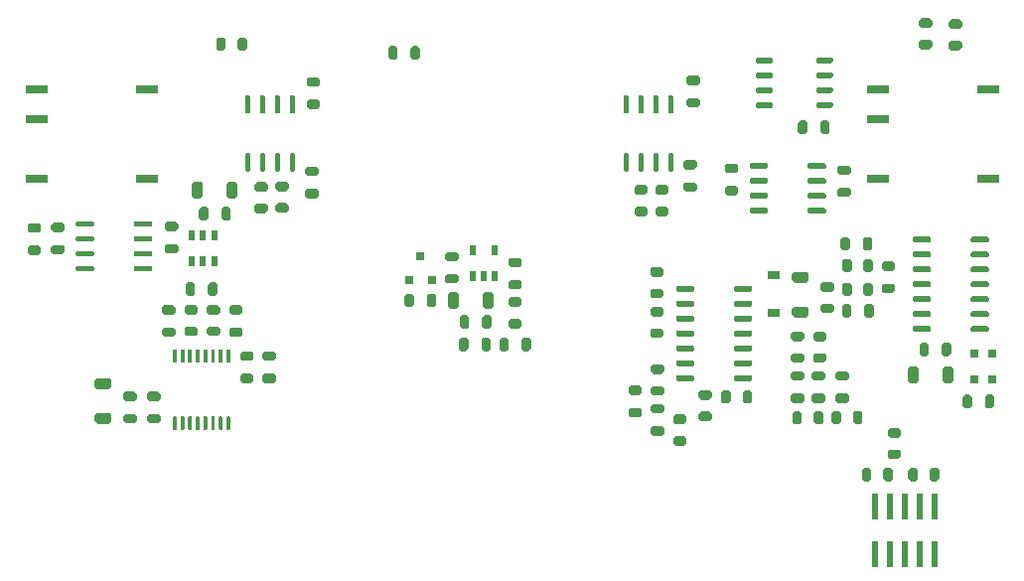
<source format=gtp>
G04 #@! TF.GenerationSoftware,KiCad,Pcbnew,5.1.10-88a1d61d58~90~ubuntu21.04.1*
G04 #@! TF.CreationDate,2021-10-28T10:16:53+02:00*
G04 #@! TF.ProjectId,dwc-hat,6477632d-6861-4742-9e6b-696361645f70,rev?*
G04 #@! TF.SameCoordinates,Original*
G04 #@! TF.FileFunction,Paste,Top*
G04 #@! TF.FilePolarity,Positive*
%FSLAX46Y46*%
G04 Gerber Fmt 4.6, Leading zero omitted, Abs format (unit mm)*
G04 Created by KiCad (PCBNEW 5.1.10-88a1d61d58~90~ubuntu21.04.1) date 2021-10-28 10:16:53*
%MOMM*%
%LPD*%
G01*
G04 APERTURE LIST*
%ADD10R,0.640000X0.720000*%
%ADD11R,0.720000X0.800000*%
%ADD12R,0.520000X0.848000*%
%ADD13R,1.840000X0.800000*%
%ADD14R,0.520000X2.208000*%
%ADD15R,0.976000X0.728000*%
G04 APERTURE END LIST*
D10*
X143131500Y-77565500D03*
X144081500Y-79565500D03*
X142181500Y-79565500D03*
G36*
G01*
X146176000Y-78002000D02*
X145416000Y-78002000D01*
G75*
G02*
X145216000Y-77802000I0J200000D01*
G01*
X145216000Y-77402000D01*
G75*
G02*
X145416000Y-77202000I200000J0D01*
G01*
X146176000Y-77202000D01*
G75*
G02*
X146376000Y-77402000I0J-200000D01*
G01*
X146376000Y-77802000D01*
G75*
G02*
X146176000Y-78002000I-200000J0D01*
G01*
G37*
G36*
G01*
X146176000Y-79902000D02*
X145416000Y-79902000D01*
G75*
G02*
X145216000Y-79702000I0J200000D01*
G01*
X145216000Y-79302000D01*
G75*
G02*
X145416000Y-79102000I200000J0D01*
G01*
X146176000Y-79102000D01*
G75*
G02*
X146376000Y-79302000I0J-200000D01*
G01*
X146376000Y-79702000D01*
G75*
G02*
X146176000Y-79902000I-200000J0D01*
G01*
G37*
G36*
G01*
X150833499Y-82902000D02*
X151553501Y-82902000D01*
G75*
G02*
X151753500Y-83101999I0J-199999D01*
G01*
X151753500Y-83522001D01*
G75*
G02*
X151553501Y-83722000I-199999J0D01*
G01*
X150833499Y-83722000D01*
G75*
G02*
X150633500Y-83522001I0J199999D01*
G01*
X150633500Y-83101999D01*
G75*
G02*
X150833499Y-82902000I199999J0D01*
G01*
G37*
G36*
G01*
X150833499Y-81077000D02*
X151553501Y-81077000D01*
G75*
G02*
X151753500Y-81276999I0J-199999D01*
G01*
X151753500Y-81697001D01*
G75*
G02*
X151553501Y-81897000I-199999J0D01*
G01*
X150833499Y-81897000D01*
G75*
G02*
X150633500Y-81697001I0J199999D01*
G01*
X150633500Y-81276999D01*
G75*
G02*
X150833499Y-81077000I199999J0D01*
G01*
G37*
G36*
G01*
X151573500Y-78510000D02*
X150813500Y-78510000D01*
G75*
G02*
X150613500Y-78310000I0J200000D01*
G01*
X150613500Y-77910000D01*
G75*
G02*
X150813500Y-77710000I200000J0D01*
G01*
X151573500Y-77710000D01*
G75*
G02*
X151773500Y-77910000I0J-200000D01*
G01*
X151773500Y-78310000D01*
G75*
G02*
X151573500Y-78510000I-200000J0D01*
G01*
G37*
G36*
G01*
X151573500Y-80410000D02*
X150813500Y-80410000D01*
G75*
G02*
X150613500Y-80210000I0J200000D01*
G01*
X150613500Y-79810000D01*
G75*
G02*
X150813500Y-79610000I200000J0D01*
G01*
X151573500Y-79610000D01*
G75*
G02*
X151773500Y-79810000I0J-200000D01*
G01*
X151773500Y-80210000D01*
G75*
G02*
X151573500Y-80410000I-200000J0D01*
G01*
G37*
D11*
X190347000Y-88050000D03*
X190347000Y-85900000D03*
X191897000Y-85900000D03*
X191897000Y-88050000D03*
G36*
G01*
X191243000Y-90344000D02*
X191243000Y-89584000D01*
G75*
G02*
X191443000Y-89384000I200000J0D01*
G01*
X191843000Y-89384000D01*
G75*
G02*
X192043000Y-89584000I0J-200000D01*
G01*
X192043000Y-90344000D01*
G75*
G02*
X191843000Y-90544000I-200000J0D01*
G01*
X191443000Y-90544000D01*
G75*
G02*
X191243000Y-90344000I0J200000D01*
G01*
G37*
G36*
G01*
X189343000Y-90344000D02*
X189343000Y-89584000D01*
G75*
G02*
X189543000Y-89384000I200000J0D01*
G01*
X189943000Y-89384000D01*
G75*
G02*
X190143000Y-89584000I0J-200000D01*
G01*
X190143000Y-90344000D01*
G75*
G02*
X189943000Y-90544000I-200000J0D01*
G01*
X189543000Y-90544000D01*
G75*
G02*
X189343000Y-90344000I0J200000D01*
G01*
G37*
G36*
G01*
X150646000Y-84710000D02*
X150646000Y-85470000D01*
G75*
G02*
X150446000Y-85670000I-200000J0D01*
G01*
X150046000Y-85670000D01*
G75*
G02*
X149846000Y-85470000I0J200000D01*
G01*
X149846000Y-84710000D01*
G75*
G02*
X150046000Y-84510000I200000J0D01*
G01*
X150446000Y-84510000D01*
G75*
G02*
X150646000Y-84710000I0J-200000D01*
G01*
G37*
G36*
G01*
X152546000Y-84710000D02*
X152546000Y-85470000D01*
G75*
G02*
X152346000Y-85670000I-200000J0D01*
G01*
X151946000Y-85670000D01*
G75*
G02*
X151746000Y-85470000I0J200000D01*
G01*
X151746000Y-84710000D01*
G75*
G02*
X151946000Y-84510000I200000J0D01*
G01*
X152346000Y-84510000D01*
G75*
G02*
X152546000Y-84710000I0J-200000D01*
G01*
G37*
G36*
G01*
X148317000Y-85470000D02*
X148317000Y-84710000D01*
G75*
G02*
X148517000Y-84510000I200000J0D01*
G01*
X148917000Y-84510000D01*
G75*
G02*
X149117000Y-84710000I0J-200000D01*
G01*
X149117000Y-85470000D01*
G75*
G02*
X148917000Y-85670000I-200000J0D01*
G01*
X148517000Y-85670000D01*
G75*
G02*
X148317000Y-85470000I0J200000D01*
G01*
G37*
G36*
G01*
X146417000Y-85470000D02*
X146417000Y-84710000D01*
G75*
G02*
X146617000Y-84510000I200000J0D01*
G01*
X147017000Y-84510000D01*
G75*
G02*
X147217000Y-84710000I0J-200000D01*
G01*
X147217000Y-85470000D01*
G75*
G02*
X147017000Y-85670000I-200000J0D01*
G01*
X146617000Y-85670000D01*
G75*
G02*
X146417000Y-85470000I0J200000D01*
G01*
G37*
G36*
G01*
X148378000Y-83565000D02*
X148378000Y-82805000D01*
G75*
G02*
X148578000Y-82605000I200000J0D01*
G01*
X148978000Y-82605000D01*
G75*
G02*
X149178000Y-82805000I0J-200000D01*
G01*
X149178000Y-83565000D01*
G75*
G02*
X148978000Y-83765000I-200000J0D01*
G01*
X148578000Y-83765000D01*
G75*
G02*
X148378000Y-83565000I0J200000D01*
G01*
G37*
G36*
G01*
X146478000Y-83565000D02*
X146478000Y-82805000D01*
G75*
G02*
X146678000Y-82605000I200000J0D01*
G01*
X147078000Y-82605000D01*
G75*
G02*
X147278000Y-82805000I0J-200000D01*
G01*
X147278000Y-83565000D01*
G75*
G02*
X147078000Y-83765000I-200000J0D01*
G01*
X146678000Y-83765000D01*
G75*
G02*
X146478000Y-83565000I0J200000D01*
G01*
G37*
G36*
G01*
X175646500Y-91000998D02*
X175646500Y-91721002D01*
G75*
G02*
X175446502Y-91921000I-199998J0D01*
G01*
X175026498Y-91921000D01*
G75*
G02*
X174826500Y-91721002I0J199998D01*
G01*
X174826500Y-91000998D01*
G75*
G02*
X175026498Y-90801000I199998J0D01*
G01*
X175446502Y-90801000D01*
G75*
G02*
X175646500Y-91000998I0J-199998D01*
G01*
G37*
G36*
G01*
X177471500Y-91000998D02*
X177471500Y-91721002D01*
G75*
G02*
X177271502Y-91921000I-199998J0D01*
G01*
X176851498Y-91921000D01*
G75*
G02*
X176651500Y-91721002I0J199998D01*
G01*
X176651500Y-91000998D01*
G75*
G02*
X176851498Y-90801000I199998J0D01*
G01*
X177271502Y-90801000D01*
G75*
G02*
X177471500Y-91000998I0J-199998D01*
G01*
G37*
G36*
G01*
X142282000Y-60626000D02*
X142282000Y-59866000D01*
G75*
G02*
X142482000Y-59666000I200000J0D01*
G01*
X142882000Y-59666000D01*
G75*
G02*
X143082000Y-59866000I0J-200000D01*
G01*
X143082000Y-60626000D01*
G75*
G02*
X142882000Y-60826000I-200000J0D01*
G01*
X142482000Y-60826000D01*
G75*
G02*
X142282000Y-60626000I0J200000D01*
G01*
G37*
G36*
G01*
X140382000Y-60626000D02*
X140382000Y-59866000D01*
G75*
G02*
X140582000Y-59666000I200000J0D01*
G01*
X140982000Y-59666000D01*
G75*
G02*
X141182000Y-59866000I0J-200000D01*
G01*
X141182000Y-60626000D01*
G75*
G02*
X140982000Y-60826000I-200000J0D01*
G01*
X140582000Y-60826000D01*
G75*
G02*
X140382000Y-60626000I0J200000D01*
G01*
G37*
G36*
G01*
X126521000Y-59123998D02*
X126521000Y-59844002D01*
G75*
G02*
X126321002Y-60044000I-199998J0D01*
G01*
X125900998Y-60044000D01*
G75*
G02*
X125701000Y-59844002I0J199998D01*
G01*
X125701000Y-59123998D01*
G75*
G02*
X125900998Y-58924000I199998J0D01*
G01*
X126321002Y-58924000D01*
G75*
G02*
X126521000Y-59123998I0J-199998D01*
G01*
G37*
G36*
G01*
X128346000Y-59123998D02*
X128346000Y-59844002D01*
G75*
G02*
X128146002Y-60044000I-199998J0D01*
G01*
X127725998Y-60044000D01*
G75*
G02*
X127526000Y-59844002I0J199998D01*
G01*
X127526000Y-59123998D01*
G75*
G02*
X127725998Y-58924000I199998J0D01*
G01*
X128146002Y-58924000D01*
G75*
G02*
X128346000Y-59123998I0J-199998D01*
G01*
G37*
G36*
G01*
X176881000Y-61001000D02*
X176881000Y-60761000D01*
G75*
G02*
X177001000Y-60641000I120000J0D01*
G01*
X178161000Y-60641000D01*
G75*
G02*
X178281000Y-60761000I0J-120000D01*
G01*
X178281000Y-61001000D01*
G75*
G02*
X178161000Y-61121000I-120000J0D01*
G01*
X177001000Y-61121000D01*
G75*
G02*
X176881000Y-61001000I0J120000D01*
G01*
G37*
G36*
G01*
X176881000Y-62271000D02*
X176881000Y-62031000D01*
G75*
G02*
X177001000Y-61911000I120000J0D01*
G01*
X178161000Y-61911000D01*
G75*
G02*
X178281000Y-62031000I0J-120000D01*
G01*
X178281000Y-62271000D01*
G75*
G02*
X178161000Y-62391000I-120000J0D01*
G01*
X177001000Y-62391000D01*
G75*
G02*
X176881000Y-62271000I0J120000D01*
G01*
G37*
G36*
G01*
X176881000Y-63541000D02*
X176881000Y-63301000D01*
G75*
G02*
X177001000Y-63181000I120000J0D01*
G01*
X178161000Y-63181000D01*
G75*
G02*
X178281000Y-63301000I0J-120000D01*
G01*
X178281000Y-63541000D01*
G75*
G02*
X178161000Y-63661000I-120000J0D01*
G01*
X177001000Y-63661000D01*
G75*
G02*
X176881000Y-63541000I0J120000D01*
G01*
G37*
G36*
G01*
X176881000Y-64811000D02*
X176881000Y-64571000D01*
G75*
G02*
X177001000Y-64451000I120000J0D01*
G01*
X178161000Y-64451000D01*
G75*
G02*
X178281000Y-64571000I0J-120000D01*
G01*
X178281000Y-64811000D01*
G75*
G02*
X178161000Y-64931000I-120000J0D01*
G01*
X177001000Y-64931000D01*
G75*
G02*
X176881000Y-64811000I0J120000D01*
G01*
G37*
G36*
G01*
X171731000Y-64811000D02*
X171731000Y-64571000D01*
G75*
G02*
X171851000Y-64451000I120000J0D01*
G01*
X173011000Y-64451000D01*
G75*
G02*
X173131000Y-64571000I0J-120000D01*
G01*
X173131000Y-64811000D01*
G75*
G02*
X173011000Y-64931000I-120000J0D01*
G01*
X171851000Y-64931000D01*
G75*
G02*
X171731000Y-64811000I0J120000D01*
G01*
G37*
G36*
G01*
X171731000Y-63541000D02*
X171731000Y-63301000D01*
G75*
G02*
X171851000Y-63181000I120000J0D01*
G01*
X173011000Y-63181000D01*
G75*
G02*
X173131000Y-63301000I0J-120000D01*
G01*
X173131000Y-63541000D01*
G75*
G02*
X173011000Y-63661000I-120000J0D01*
G01*
X171851000Y-63661000D01*
G75*
G02*
X171731000Y-63541000I0J120000D01*
G01*
G37*
G36*
G01*
X171731000Y-62271000D02*
X171731000Y-62031000D01*
G75*
G02*
X171851000Y-61911000I120000J0D01*
G01*
X173011000Y-61911000D01*
G75*
G02*
X173131000Y-62031000I0J-120000D01*
G01*
X173131000Y-62271000D01*
G75*
G02*
X173011000Y-62391000I-120000J0D01*
G01*
X171851000Y-62391000D01*
G75*
G02*
X171731000Y-62271000I0J120000D01*
G01*
G37*
G36*
G01*
X171731000Y-61001000D02*
X171731000Y-60761000D01*
G75*
G02*
X171851000Y-60641000I120000J0D01*
G01*
X173011000Y-60641000D01*
G75*
G02*
X173131000Y-60761000I0J-120000D01*
G01*
X173131000Y-61001000D01*
G75*
G02*
X173011000Y-61121000I-120000J0D01*
G01*
X171851000Y-61121000D01*
G75*
G02*
X171731000Y-61001000I0J120000D01*
G01*
G37*
G36*
G01*
X186542002Y-58116000D02*
X185821998Y-58116000D01*
G75*
G02*
X185622000Y-57916002I0J199998D01*
G01*
X185622000Y-57495998D01*
G75*
G02*
X185821998Y-57296000I199998J0D01*
G01*
X186542002Y-57296000D01*
G75*
G02*
X186742000Y-57495998I0J-199998D01*
G01*
X186742000Y-57916002D01*
G75*
G02*
X186542002Y-58116000I-199998J0D01*
G01*
G37*
G36*
G01*
X186542002Y-59941000D02*
X185821998Y-59941000D01*
G75*
G02*
X185622000Y-59741002I0J199998D01*
G01*
X185622000Y-59320998D01*
G75*
G02*
X185821998Y-59121000I199998J0D01*
G01*
X186542002Y-59121000D01*
G75*
G02*
X186742000Y-59320998I0J-199998D01*
G01*
X186742000Y-59741002D01*
G75*
G02*
X186542002Y-59941000I-199998J0D01*
G01*
G37*
G36*
G01*
X189082002Y-58196000D02*
X188361998Y-58196000D01*
G75*
G02*
X188162000Y-57996002I0J199998D01*
G01*
X188162000Y-57575998D01*
G75*
G02*
X188361998Y-57376000I199998J0D01*
G01*
X189082002Y-57376000D01*
G75*
G02*
X189282000Y-57575998I0J-199998D01*
G01*
X189282000Y-57996002D01*
G75*
G02*
X189082002Y-58196000I-199998J0D01*
G01*
G37*
G36*
G01*
X189082002Y-60021000D02*
X188361998Y-60021000D01*
G75*
G02*
X188162000Y-59821002I0J199998D01*
G01*
X188162000Y-59400998D01*
G75*
G02*
X188361998Y-59201000I199998J0D01*
G01*
X189082002Y-59201000D01*
G75*
G02*
X189282000Y-59400998I0J-199998D01*
G01*
X189282000Y-59821002D01*
G75*
G02*
X189082002Y-60021000I-199998J0D01*
G01*
G37*
G36*
G01*
X176107000Y-66216000D02*
X176107000Y-66976000D01*
G75*
G02*
X175907000Y-67176000I-200000J0D01*
G01*
X175507000Y-67176000D01*
G75*
G02*
X175307000Y-66976000I0J200000D01*
G01*
X175307000Y-66216000D01*
G75*
G02*
X175507000Y-66016000I200000J0D01*
G01*
X175907000Y-66016000D01*
G75*
G02*
X176107000Y-66216000I0J-200000D01*
G01*
G37*
G36*
G01*
X178007000Y-66216000D02*
X178007000Y-66976000D01*
G75*
G02*
X177807000Y-67176000I-200000J0D01*
G01*
X177407000Y-67176000D01*
G75*
G02*
X177207000Y-66976000I0J200000D01*
G01*
X177207000Y-66216000D01*
G75*
G02*
X177407000Y-66016000I200000J0D01*
G01*
X177807000Y-66016000D01*
G75*
G02*
X178007000Y-66216000I0J-200000D01*
G01*
G37*
D12*
X147580000Y-77107000D03*
X149480000Y-77107000D03*
X149480000Y-79307000D03*
X148530000Y-79307000D03*
X147580000Y-79307000D03*
G36*
G01*
X143668800Y-81710800D02*
X143668800Y-80950800D01*
G75*
G02*
X143868800Y-80750800I200000J0D01*
G01*
X144268800Y-80750800D01*
G75*
G02*
X144468800Y-80950800I0J-200000D01*
G01*
X144468800Y-81710800D01*
G75*
G02*
X144268800Y-81910800I-200000J0D01*
G01*
X143868800Y-81910800D01*
G75*
G02*
X143668800Y-81710800I0J200000D01*
G01*
G37*
G36*
G01*
X141768800Y-81710800D02*
X141768800Y-80950800D01*
G75*
G02*
X141968800Y-80750800I200000J0D01*
G01*
X142368800Y-80750800D01*
G75*
G02*
X142568800Y-80950800I0J-200000D01*
G01*
X142568800Y-81710800D01*
G75*
G02*
X142368800Y-81910800I-200000J0D01*
G01*
X141968800Y-81910800D01*
G75*
G02*
X141768800Y-81710800I0J200000D01*
G01*
G37*
G36*
G01*
X148434800Y-81850801D02*
X148434800Y-80810799D01*
G75*
G02*
X148634799Y-80610800I199999J0D01*
G01*
X149154801Y-80610800D01*
G75*
G02*
X149354800Y-80810799I0J-199999D01*
G01*
X149354800Y-81850801D01*
G75*
G02*
X149154801Y-82050800I-199999J0D01*
G01*
X148634799Y-82050800D01*
G75*
G02*
X148434800Y-81850801I0J199999D01*
G01*
G37*
G36*
G01*
X145484800Y-81850801D02*
X145484800Y-80810799D01*
G75*
G02*
X145684799Y-80610800I199999J0D01*
G01*
X146204801Y-80610800D01*
G75*
G02*
X146404800Y-80810799I0J-199999D01*
G01*
X146404800Y-81850801D01*
G75*
G02*
X146204801Y-82050800I-199999J0D01*
G01*
X145684799Y-82050800D01*
G75*
G02*
X145484800Y-81850801I0J199999D01*
G01*
G37*
G36*
G01*
X181566500Y-95833498D02*
X181566500Y-96553502D01*
G75*
G02*
X181366502Y-96753500I-199998J0D01*
G01*
X180946498Y-96753500D01*
G75*
G02*
X180746500Y-96553502I0J199998D01*
G01*
X180746500Y-95833498D01*
G75*
G02*
X180946498Y-95633500I199998J0D01*
G01*
X181366502Y-95633500D01*
G75*
G02*
X181566500Y-95833498I0J-199998D01*
G01*
G37*
G36*
G01*
X183391500Y-95833498D02*
X183391500Y-96553502D01*
G75*
G02*
X183191502Y-96753500I-199998J0D01*
G01*
X182771498Y-96753500D01*
G75*
G02*
X182571500Y-96553502I0J199998D01*
G01*
X182571500Y-95833498D01*
G75*
G02*
X182771498Y-95633500I199998J0D01*
G01*
X183191502Y-95633500D01*
G75*
G02*
X183391500Y-95833498I0J-199998D01*
G01*
G37*
G36*
G01*
X185527000Y-95833498D02*
X185527000Y-96553502D01*
G75*
G02*
X185327002Y-96753500I-199998J0D01*
G01*
X184906998Y-96753500D01*
G75*
G02*
X184707000Y-96553502I0J199998D01*
G01*
X184707000Y-95833498D01*
G75*
G02*
X184906998Y-95633500I199998J0D01*
G01*
X185327002Y-95633500D01*
G75*
G02*
X185527000Y-95833498I0J-199998D01*
G01*
G37*
G36*
G01*
X187352000Y-95833498D02*
X187352000Y-96553502D01*
G75*
G02*
X187152002Y-96753500I-199998J0D01*
G01*
X186731998Y-96753500D01*
G75*
G02*
X186532000Y-96553502I0J199998D01*
G01*
X186532000Y-95833498D01*
G75*
G02*
X186731998Y-95633500I199998J0D01*
G01*
X187152002Y-95633500D01*
G75*
G02*
X187352000Y-95833498I0J-199998D01*
G01*
G37*
G36*
G01*
X186639500Y-83659000D02*
X186639500Y-83899000D01*
G75*
G02*
X186519500Y-84019000I-120000J0D01*
G01*
X185199500Y-84019000D01*
G75*
G02*
X185079500Y-83899000I0J120000D01*
G01*
X185079500Y-83659000D01*
G75*
G02*
X185199500Y-83539000I120000J0D01*
G01*
X186519500Y-83539000D01*
G75*
G02*
X186639500Y-83659000I0J-120000D01*
G01*
G37*
G36*
G01*
X186639500Y-82389000D02*
X186639500Y-82629000D01*
G75*
G02*
X186519500Y-82749000I-120000J0D01*
G01*
X185199500Y-82749000D01*
G75*
G02*
X185079500Y-82629000I0J120000D01*
G01*
X185079500Y-82389000D01*
G75*
G02*
X185199500Y-82269000I120000J0D01*
G01*
X186519500Y-82269000D01*
G75*
G02*
X186639500Y-82389000I0J-120000D01*
G01*
G37*
G36*
G01*
X186639500Y-81119000D02*
X186639500Y-81359000D01*
G75*
G02*
X186519500Y-81479000I-120000J0D01*
G01*
X185199500Y-81479000D01*
G75*
G02*
X185079500Y-81359000I0J120000D01*
G01*
X185079500Y-81119000D01*
G75*
G02*
X185199500Y-80999000I120000J0D01*
G01*
X186519500Y-80999000D01*
G75*
G02*
X186639500Y-81119000I0J-120000D01*
G01*
G37*
G36*
G01*
X186639500Y-79849000D02*
X186639500Y-80089000D01*
G75*
G02*
X186519500Y-80209000I-120000J0D01*
G01*
X185199500Y-80209000D01*
G75*
G02*
X185079500Y-80089000I0J120000D01*
G01*
X185079500Y-79849000D01*
G75*
G02*
X185199500Y-79729000I120000J0D01*
G01*
X186519500Y-79729000D01*
G75*
G02*
X186639500Y-79849000I0J-120000D01*
G01*
G37*
G36*
G01*
X186639500Y-78579000D02*
X186639500Y-78819000D01*
G75*
G02*
X186519500Y-78939000I-120000J0D01*
G01*
X185199500Y-78939000D01*
G75*
G02*
X185079500Y-78819000I0J120000D01*
G01*
X185079500Y-78579000D01*
G75*
G02*
X185199500Y-78459000I120000J0D01*
G01*
X186519500Y-78459000D01*
G75*
G02*
X186639500Y-78579000I0J-120000D01*
G01*
G37*
G36*
G01*
X186639500Y-77309000D02*
X186639500Y-77549000D01*
G75*
G02*
X186519500Y-77669000I-120000J0D01*
G01*
X185199500Y-77669000D01*
G75*
G02*
X185079500Y-77549000I0J120000D01*
G01*
X185079500Y-77309000D01*
G75*
G02*
X185199500Y-77189000I120000J0D01*
G01*
X186519500Y-77189000D01*
G75*
G02*
X186639500Y-77309000I0J-120000D01*
G01*
G37*
G36*
G01*
X186639500Y-76039000D02*
X186639500Y-76279000D01*
G75*
G02*
X186519500Y-76399000I-120000J0D01*
G01*
X185199500Y-76399000D01*
G75*
G02*
X185079500Y-76279000I0J120000D01*
G01*
X185079500Y-76039000D01*
G75*
G02*
X185199500Y-75919000I120000J0D01*
G01*
X186519500Y-75919000D01*
G75*
G02*
X186639500Y-76039000I0J-120000D01*
G01*
G37*
G36*
G01*
X191589500Y-76039000D02*
X191589500Y-76279000D01*
G75*
G02*
X191469500Y-76399000I-120000J0D01*
G01*
X190149500Y-76399000D01*
G75*
G02*
X190029500Y-76279000I0J120000D01*
G01*
X190029500Y-76039000D01*
G75*
G02*
X190149500Y-75919000I120000J0D01*
G01*
X191469500Y-75919000D01*
G75*
G02*
X191589500Y-76039000I0J-120000D01*
G01*
G37*
G36*
G01*
X191589500Y-77309000D02*
X191589500Y-77549000D01*
G75*
G02*
X191469500Y-77669000I-120000J0D01*
G01*
X190149500Y-77669000D01*
G75*
G02*
X190029500Y-77549000I0J120000D01*
G01*
X190029500Y-77309000D01*
G75*
G02*
X190149500Y-77189000I120000J0D01*
G01*
X191469500Y-77189000D01*
G75*
G02*
X191589500Y-77309000I0J-120000D01*
G01*
G37*
G36*
G01*
X191589500Y-78579000D02*
X191589500Y-78819000D01*
G75*
G02*
X191469500Y-78939000I-120000J0D01*
G01*
X190149500Y-78939000D01*
G75*
G02*
X190029500Y-78819000I0J120000D01*
G01*
X190029500Y-78579000D01*
G75*
G02*
X190149500Y-78459000I120000J0D01*
G01*
X191469500Y-78459000D01*
G75*
G02*
X191589500Y-78579000I0J-120000D01*
G01*
G37*
G36*
G01*
X191589500Y-79849000D02*
X191589500Y-80089000D01*
G75*
G02*
X191469500Y-80209000I-120000J0D01*
G01*
X190149500Y-80209000D01*
G75*
G02*
X190029500Y-80089000I0J120000D01*
G01*
X190029500Y-79849000D01*
G75*
G02*
X190149500Y-79729000I120000J0D01*
G01*
X191469500Y-79729000D01*
G75*
G02*
X191589500Y-79849000I0J-120000D01*
G01*
G37*
G36*
G01*
X191589500Y-81119000D02*
X191589500Y-81359000D01*
G75*
G02*
X191469500Y-81479000I-120000J0D01*
G01*
X190149500Y-81479000D01*
G75*
G02*
X190029500Y-81359000I0J120000D01*
G01*
X190029500Y-81119000D01*
G75*
G02*
X190149500Y-80999000I120000J0D01*
G01*
X191469500Y-80999000D01*
G75*
G02*
X191589500Y-81119000I0J-120000D01*
G01*
G37*
G36*
G01*
X191589500Y-82389000D02*
X191589500Y-82629000D01*
G75*
G02*
X191469500Y-82749000I-120000J0D01*
G01*
X190149500Y-82749000D01*
G75*
G02*
X190029500Y-82629000I0J120000D01*
G01*
X190029500Y-82389000D01*
G75*
G02*
X190149500Y-82269000I120000J0D01*
G01*
X191469500Y-82269000D01*
G75*
G02*
X191589500Y-82389000I0J-120000D01*
G01*
G37*
G36*
G01*
X191589500Y-83659000D02*
X191589500Y-83899000D01*
G75*
G02*
X191469500Y-84019000I-120000J0D01*
G01*
X190149500Y-84019000D01*
G75*
G02*
X190029500Y-83899000I0J120000D01*
G01*
X190029500Y-83659000D01*
G75*
G02*
X190149500Y-83539000I120000J0D01*
G01*
X191469500Y-83539000D01*
G75*
G02*
X191589500Y-83659000I0J-120000D01*
G01*
G37*
G36*
G01*
X179884000Y-78008998D02*
X179884000Y-78729002D01*
G75*
G02*
X179684002Y-78929000I-199998J0D01*
G01*
X179263998Y-78929000D01*
G75*
G02*
X179064000Y-78729002I0J199998D01*
G01*
X179064000Y-78008998D01*
G75*
G02*
X179263998Y-77809000I199998J0D01*
G01*
X179684002Y-77809000D01*
G75*
G02*
X179884000Y-78008998I0J-199998D01*
G01*
G37*
G36*
G01*
X181709000Y-78008998D02*
X181709000Y-78729002D01*
G75*
G02*
X181509002Y-78929000I-199998J0D01*
G01*
X181088998Y-78929000D01*
G75*
G02*
X180889000Y-78729002I0J199998D01*
G01*
X180889000Y-78008998D01*
G75*
G02*
X181088998Y-77809000I199998J0D01*
G01*
X181509002Y-77809000D01*
G75*
G02*
X181709000Y-78008998I0J-199998D01*
G01*
G37*
G36*
G01*
X179884000Y-80040998D02*
X179884000Y-80761002D01*
G75*
G02*
X179684002Y-80961000I-199998J0D01*
G01*
X179263998Y-80961000D01*
G75*
G02*
X179064000Y-80761002I0J199998D01*
G01*
X179064000Y-80040998D01*
G75*
G02*
X179263998Y-79841000I199998J0D01*
G01*
X179684002Y-79841000D01*
G75*
G02*
X179884000Y-80040998I0J-199998D01*
G01*
G37*
G36*
G01*
X181709000Y-80040998D02*
X181709000Y-80761002D01*
G75*
G02*
X181509002Y-80961000I-199998J0D01*
G01*
X181088998Y-80961000D01*
G75*
G02*
X180889000Y-80761002I0J199998D01*
G01*
X180889000Y-80040998D01*
G75*
G02*
X181088998Y-79841000I199998J0D01*
G01*
X181509002Y-79841000D01*
G75*
G02*
X181709000Y-80040998I0J-199998D01*
G01*
G37*
G36*
G01*
X179733000Y-76147500D02*
X179733000Y-76907500D01*
G75*
G02*
X179533000Y-77107500I-200000J0D01*
G01*
X179133000Y-77107500D01*
G75*
G02*
X178933000Y-76907500I0J200000D01*
G01*
X178933000Y-76147500D01*
G75*
G02*
X179133000Y-75947500I200000J0D01*
G01*
X179533000Y-75947500D01*
G75*
G02*
X179733000Y-76147500I0J-200000D01*
G01*
G37*
G36*
G01*
X181633000Y-76147500D02*
X181633000Y-76907500D01*
G75*
G02*
X181433000Y-77107500I-200000J0D01*
G01*
X181033000Y-77107500D01*
G75*
G02*
X180833000Y-76907500I0J200000D01*
G01*
X180833000Y-76147500D01*
G75*
G02*
X181033000Y-75947500I200000J0D01*
G01*
X181433000Y-75947500D01*
G75*
G02*
X181633000Y-76147500I0J-200000D01*
G01*
G37*
G36*
G01*
X183387000Y-78812000D02*
X182627000Y-78812000D01*
G75*
G02*
X182427000Y-78612000I0J200000D01*
G01*
X182427000Y-78212000D01*
G75*
G02*
X182627000Y-78012000I200000J0D01*
G01*
X183387000Y-78012000D01*
G75*
G02*
X183587000Y-78212000I0J-200000D01*
G01*
X183587000Y-78612000D01*
G75*
G02*
X183387000Y-78812000I-200000J0D01*
G01*
G37*
G36*
G01*
X183387000Y-80712000D02*
X182627000Y-80712000D01*
G75*
G02*
X182427000Y-80512000I0J200000D01*
G01*
X182427000Y-80112000D01*
G75*
G02*
X182627000Y-79912000I200000J0D01*
G01*
X183387000Y-79912000D01*
G75*
G02*
X183587000Y-80112000I0J-200000D01*
G01*
X183587000Y-80512000D01*
G75*
G02*
X183387000Y-80712000I-200000J0D01*
G01*
G37*
G36*
G01*
X180960000Y-82622500D02*
X180960000Y-81862500D01*
G75*
G02*
X181160000Y-81662500I200000J0D01*
G01*
X181560000Y-81662500D01*
G75*
G02*
X181760000Y-81862500I0J-200000D01*
G01*
X181760000Y-82622500D01*
G75*
G02*
X181560000Y-82822500I-200000J0D01*
G01*
X181160000Y-82822500D01*
G75*
G02*
X180960000Y-82622500I0J200000D01*
G01*
G37*
G36*
G01*
X179060000Y-82622500D02*
X179060000Y-81862500D01*
G75*
G02*
X179260000Y-81662500I200000J0D01*
G01*
X179660000Y-81662500D01*
G75*
G02*
X179860000Y-81862500I0J-200000D01*
G01*
X179860000Y-82622500D01*
G75*
G02*
X179660000Y-82822500I-200000J0D01*
G01*
X179260000Y-82822500D01*
G75*
G02*
X179060000Y-82622500I0J200000D01*
G01*
G37*
D13*
X119830000Y-70940000D03*
X119830000Y-63320000D03*
X110430000Y-70940000D03*
X110430000Y-65860000D03*
X110430000Y-63320000D03*
X191560000Y-70940000D03*
X191560000Y-63320000D03*
X182160000Y-70940000D03*
X182160000Y-65860000D03*
X182160000Y-63320000D03*
G36*
G01*
X163618502Y-79325000D02*
X162898498Y-79325000D01*
G75*
G02*
X162698500Y-79125002I0J199998D01*
G01*
X162698500Y-78704998D01*
G75*
G02*
X162898498Y-78505000I199998J0D01*
G01*
X163618502Y-78505000D01*
G75*
G02*
X163818500Y-78704998I0J-199998D01*
G01*
X163818500Y-79125002D01*
G75*
G02*
X163618502Y-79325000I-199998J0D01*
G01*
G37*
G36*
G01*
X163618502Y-81150000D02*
X162898498Y-81150000D01*
G75*
G02*
X162698500Y-80950002I0J199998D01*
G01*
X162698500Y-80529998D01*
G75*
G02*
X162898498Y-80330000I199998J0D01*
G01*
X163618502Y-80330000D01*
G75*
G02*
X163818500Y-80529998I0J-199998D01*
G01*
X163818500Y-80950002D01*
G75*
G02*
X163618502Y-81150000I-199998J0D01*
G01*
G37*
G36*
G01*
X163625002Y-82732500D02*
X162904998Y-82732500D01*
G75*
G02*
X162705000Y-82532502I0J199998D01*
G01*
X162705000Y-82112498D01*
G75*
G02*
X162904998Y-81912500I199998J0D01*
G01*
X163625002Y-81912500D01*
G75*
G02*
X163825000Y-82112498I0J-199998D01*
G01*
X163825000Y-82532502D01*
G75*
G02*
X163625002Y-82732500I-199998J0D01*
G01*
G37*
G36*
G01*
X163625002Y-84557500D02*
X162904998Y-84557500D01*
G75*
G02*
X162705000Y-84357502I0J199998D01*
G01*
X162705000Y-83937498D01*
G75*
G02*
X162904998Y-83737500I199998J0D01*
G01*
X163625002Y-83737500D01*
G75*
G02*
X163825000Y-83937498I0J-199998D01*
G01*
X163825000Y-84357502D01*
G75*
G02*
X163625002Y-84557500I-199998J0D01*
G01*
G37*
G36*
G01*
X118695000Y-74935000D02*
X118695000Y-74695000D01*
G75*
G02*
X118815000Y-74575000I120000J0D01*
G01*
X120135000Y-74575000D01*
G75*
G02*
X120255000Y-74695000I0J-120000D01*
G01*
X120255000Y-74935000D01*
G75*
G02*
X120135000Y-75055000I-120000J0D01*
G01*
X118815000Y-75055000D01*
G75*
G02*
X118695000Y-74935000I0J120000D01*
G01*
G37*
G36*
G01*
X118695000Y-76205000D02*
X118695000Y-75965000D01*
G75*
G02*
X118815000Y-75845000I120000J0D01*
G01*
X120135000Y-75845000D01*
G75*
G02*
X120255000Y-75965000I0J-120000D01*
G01*
X120255000Y-76205000D01*
G75*
G02*
X120135000Y-76325000I-120000J0D01*
G01*
X118815000Y-76325000D01*
G75*
G02*
X118695000Y-76205000I0J120000D01*
G01*
G37*
G36*
G01*
X118695000Y-77475000D02*
X118695000Y-77235000D01*
G75*
G02*
X118815000Y-77115000I120000J0D01*
G01*
X120135000Y-77115000D01*
G75*
G02*
X120255000Y-77235000I0J-120000D01*
G01*
X120255000Y-77475000D01*
G75*
G02*
X120135000Y-77595000I-120000J0D01*
G01*
X118815000Y-77595000D01*
G75*
G02*
X118695000Y-77475000I0J120000D01*
G01*
G37*
G36*
G01*
X118695000Y-78745000D02*
X118695000Y-78505000D01*
G75*
G02*
X118815000Y-78385000I120000J0D01*
G01*
X120135000Y-78385000D01*
G75*
G02*
X120255000Y-78505000I0J-120000D01*
G01*
X120255000Y-78745000D01*
G75*
G02*
X120135000Y-78865000I-120000J0D01*
G01*
X118815000Y-78865000D01*
G75*
G02*
X118695000Y-78745000I0J120000D01*
G01*
G37*
G36*
G01*
X113745000Y-78745000D02*
X113745000Y-78505000D01*
G75*
G02*
X113865000Y-78385000I120000J0D01*
G01*
X115185000Y-78385000D01*
G75*
G02*
X115305000Y-78505000I0J-120000D01*
G01*
X115305000Y-78745000D01*
G75*
G02*
X115185000Y-78865000I-120000J0D01*
G01*
X113865000Y-78865000D01*
G75*
G02*
X113745000Y-78745000I0J120000D01*
G01*
G37*
G36*
G01*
X113745000Y-77475000D02*
X113745000Y-77235000D01*
G75*
G02*
X113865000Y-77115000I120000J0D01*
G01*
X115185000Y-77115000D01*
G75*
G02*
X115305000Y-77235000I0J-120000D01*
G01*
X115305000Y-77475000D01*
G75*
G02*
X115185000Y-77595000I-120000J0D01*
G01*
X113865000Y-77595000D01*
G75*
G02*
X113745000Y-77475000I0J120000D01*
G01*
G37*
G36*
G01*
X113745000Y-76205000D02*
X113745000Y-75965000D01*
G75*
G02*
X113865000Y-75845000I120000J0D01*
G01*
X115185000Y-75845000D01*
G75*
G02*
X115305000Y-75965000I0J-120000D01*
G01*
X115305000Y-76205000D01*
G75*
G02*
X115185000Y-76325000I-120000J0D01*
G01*
X113865000Y-76325000D01*
G75*
G02*
X113745000Y-76205000I0J120000D01*
G01*
G37*
G36*
G01*
X113745000Y-74935000D02*
X113745000Y-74695000D01*
G75*
G02*
X113865000Y-74575000I120000J0D01*
G01*
X115185000Y-74575000D01*
G75*
G02*
X115305000Y-74695000I0J-120000D01*
G01*
X115305000Y-74935000D01*
G75*
G02*
X115185000Y-75055000I-120000J0D01*
G01*
X113865000Y-75055000D01*
G75*
G02*
X113745000Y-74935000I0J120000D01*
G01*
G37*
G36*
G01*
X176135000Y-70005000D02*
X176135000Y-69765000D01*
G75*
G02*
X176255000Y-69645000I120000J0D01*
G01*
X177575000Y-69645000D01*
G75*
G02*
X177695000Y-69765000I0J-120000D01*
G01*
X177695000Y-70005000D01*
G75*
G02*
X177575000Y-70125000I-120000J0D01*
G01*
X176255000Y-70125000D01*
G75*
G02*
X176135000Y-70005000I0J120000D01*
G01*
G37*
G36*
G01*
X176135000Y-71275000D02*
X176135000Y-71035000D01*
G75*
G02*
X176255000Y-70915000I120000J0D01*
G01*
X177575000Y-70915000D01*
G75*
G02*
X177695000Y-71035000I0J-120000D01*
G01*
X177695000Y-71275000D01*
G75*
G02*
X177575000Y-71395000I-120000J0D01*
G01*
X176255000Y-71395000D01*
G75*
G02*
X176135000Y-71275000I0J120000D01*
G01*
G37*
G36*
G01*
X176135000Y-72545000D02*
X176135000Y-72305000D01*
G75*
G02*
X176255000Y-72185000I120000J0D01*
G01*
X177575000Y-72185000D01*
G75*
G02*
X177695000Y-72305000I0J-120000D01*
G01*
X177695000Y-72545000D01*
G75*
G02*
X177575000Y-72665000I-120000J0D01*
G01*
X176255000Y-72665000D01*
G75*
G02*
X176135000Y-72545000I0J120000D01*
G01*
G37*
G36*
G01*
X176135000Y-73815000D02*
X176135000Y-73575000D01*
G75*
G02*
X176255000Y-73455000I120000J0D01*
G01*
X177575000Y-73455000D01*
G75*
G02*
X177695000Y-73575000I0J-120000D01*
G01*
X177695000Y-73815000D01*
G75*
G02*
X177575000Y-73935000I-120000J0D01*
G01*
X176255000Y-73935000D01*
G75*
G02*
X176135000Y-73815000I0J120000D01*
G01*
G37*
G36*
G01*
X171185000Y-73815000D02*
X171185000Y-73575000D01*
G75*
G02*
X171305000Y-73455000I120000J0D01*
G01*
X172625000Y-73455000D01*
G75*
G02*
X172745000Y-73575000I0J-120000D01*
G01*
X172745000Y-73815000D01*
G75*
G02*
X172625000Y-73935000I-120000J0D01*
G01*
X171305000Y-73935000D01*
G75*
G02*
X171185000Y-73815000I0J120000D01*
G01*
G37*
G36*
G01*
X171185000Y-72545000D02*
X171185000Y-72305000D01*
G75*
G02*
X171305000Y-72185000I120000J0D01*
G01*
X172625000Y-72185000D01*
G75*
G02*
X172745000Y-72305000I0J-120000D01*
G01*
X172745000Y-72545000D01*
G75*
G02*
X172625000Y-72665000I-120000J0D01*
G01*
X171305000Y-72665000D01*
G75*
G02*
X171185000Y-72545000I0J120000D01*
G01*
G37*
G36*
G01*
X171185000Y-71275000D02*
X171185000Y-71035000D01*
G75*
G02*
X171305000Y-70915000I120000J0D01*
G01*
X172625000Y-70915000D01*
G75*
G02*
X172745000Y-71035000I0J-120000D01*
G01*
X172745000Y-71275000D01*
G75*
G02*
X172625000Y-71395000I-120000J0D01*
G01*
X171305000Y-71395000D01*
G75*
G02*
X171185000Y-71275000I0J120000D01*
G01*
G37*
G36*
G01*
X171185000Y-70005000D02*
X171185000Y-69765000D01*
G75*
G02*
X171305000Y-69645000I120000J0D01*
G01*
X172625000Y-69645000D01*
G75*
G02*
X172745000Y-69765000I0J-120000D01*
G01*
X172745000Y-70005000D01*
G75*
G02*
X172625000Y-70125000I-120000J0D01*
G01*
X171305000Y-70125000D01*
G75*
G02*
X171185000Y-70005000I0J120000D01*
G01*
G37*
G36*
G01*
X125115998Y-83568500D02*
X125836002Y-83568500D01*
G75*
G02*
X126036000Y-83768498I0J-199998D01*
G01*
X126036000Y-84188502D01*
G75*
G02*
X125836002Y-84388500I-199998J0D01*
G01*
X125115998Y-84388500D01*
G75*
G02*
X124916000Y-84188502I0J199998D01*
G01*
X124916000Y-83768498D01*
G75*
G02*
X125115998Y-83568500I199998J0D01*
G01*
G37*
G36*
G01*
X125115998Y-81743500D02*
X125836002Y-81743500D01*
G75*
G02*
X126036000Y-81943498I0J-199998D01*
G01*
X126036000Y-82363502D01*
G75*
G02*
X125836002Y-82563500I-199998J0D01*
G01*
X125115998Y-82563500D01*
G75*
G02*
X124916000Y-82363502I0J199998D01*
G01*
X124916000Y-81943498D01*
G75*
G02*
X125115998Y-81743500I199998J0D01*
G01*
G37*
G36*
G01*
X123210998Y-83568500D02*
X123931002Y-83568500D01*
G75*
G02*
X124131000Y-83768498I0J-199998D01*
G01*
X124131000Y-84188502D01*
G75*
G02*
X123931002Y-84388500I-199998J0D01*
G01*
X123210998Y-84388500D01*
G75*
G02*
X123011000Y-84188502I0J199998D01*
G01*
X123011000Y-83768498D01*
G75*
G02*
X123210998Y-83568500I199998J0D01*
G01*
G37*
G36*
G01*
X123210998Y-81743500D02*
X123931002Y-81743500D01*
G75*
G02*
X124131000Y-81943498I0J-199998D01*
G01*
X124131000Y-82363502D01*
G75*
G02*
X123931002Y-82563500I-199998J0D01*
G01*
X123210998Y-82563500D01*
G75*
G02*
X123011000Y-82363502I0J199998D01*
G01*
X123011000Y-81943498D01*
G75*
G02*
X123210998Y-81743500I199998J0D01*
G01*
G37*
G36*
G01*
X177531502Y-84828000D02*
X176811498Y-84828000D01*
G75*
G02*
X176611500Y-84628002I0J199998D01*
G01*
X176611500Y-84207998D01*
G75*
G02*
X176811498Y-84008000I199998J0D01*
G01*
X177531502Y-84008000D01*
G75*
G02*
X177731500Y-84207998I0J-199998D01*
G01*
X177731500Y-84628002D01*
G75*
G02*
X177531502Y-84828000I-199998J0D01*
G01*
G37*
G36*
G01*
X177531502Y-86653000D02*
X176811498Y-86653000D01*
G75*
G02*
X176611500Y-86453002I0J199998D01*
G01*
X176611500Y-86032998D01*
G75*
G02*
X176811498Y-85833000I199998J0D01*
G01*
X177531502Y-85833000D01*
G75*
G02*
X177731500Y-86032998I0J-199998D01*
G01*
X177731500Y-86453002D01*
G75*
G02*
X177531502Y-86653000I-199998J0D01*
G01*
G37*
G36*
G01*
X166750000Y-62995500D02*
X165990000Y-62995500D01*
G75*
G02*
X165790000Y-62795500I0J200000D01*
G01*
X165790000Y-62395500D01*
G75*
G02*
X165990000Y-62195500I200000J0D01*
G01*
X166750000Y-62195500D01*
G75*
G02*
X166950000Y-62395500I0J-200000D01*
G01*
X166950000Y-62795500D01*
G75*
G02*
X166750000Y-62995500I-200000J0D01*
G01*
G37*
G36*
G01*
X166750000Y-64895500D02*
X165990000Y-64895500D01*
G75*
G02*
X165790000Y-64695500I0J200000D01*
G01*
X165790000Y-64295500D01*
G75*
G02*
X165990000Y-64095500I200000J0D01*
G01*
X166750000Y-64095500D01*
G75*
G02*
X166950000Y-64295500I0J-200000D01*
G01*
X166950000Y-64695500D01*
G75*
G02*
X166750000Y-64895500I-200000J0D01*
G01*
G37*
G36*
G01*
X133478000Y-71842500D02*
X134238000Y-71842500D01*
G75*
G02*
X134438000Y-72042500I0J-200000D01*
G01*
X134438000Y-72442500D01*
G75*
G02*
X134238000Y-72642500I-200000J0D01*
G01*
X133478000Y-72642500D01*
G75*
G02*
X133278000Y-72442500I0J200000D01*
G01*
X133278000Y-72042500D01*
G75*
G02*
X133478000Y-71842500I200000J0D01*
G01*
G37*
G36*
G01*
X133478000Y-69942500D02*
X134238000Y-69942500D01*
G75*
G02*
X134438000Y-70142500I0J-200000D01*
G01*
X134438000Y-70542500D01*
G75*
G02*
X134238000Y-70742500I-200000J0D01*
G01*
X133478000Y-70742500D01*
G75*
G02*
X133278000Y-70542500I0J200000D01*
G01*
X133278000Y-70142500D01*
G75*
G02*
X133478000Y-69942500I200000J0D01*
G01*
G37*
G36*
G01*
X121520000Y-76540000D02*
X122280000Y-76540000D01*
G75*
G02*
X122480000Y-76740000I0J-200000D01*
G01*
X122480000Y-77140000D01*
G75*
G02*
X122280000Y-77340000I-200000J0D01*
G01*
X121520000Y-77340000D01*
G75*
G02*
X121320000Y-77140000I0J200000D01*
G01*
X121320000Y-76740000D01*
G75*
G02*
X121520000Y-76540000I200000J0D01*
G01*
G37*
G36*
G01*
X121520000Y-74640000D02*
X122280000Y-74640000D01*
G75*
G02*
X122480000Y-74840000I0J-200000D01*
G01*
X122480000Y-75240000D01*
G75*
G02*
X122280000Y-75440000I-200000J0D01*
G01*
X121520000Y-75440000D01*
G75*
G02*
X121320000Y-75240000I0J200000D01*
G01*
X121320000Y-74840000D01*
G75*
G02*
X121520000Y-74640000I200000J0D01*
G01*
G37*
G36*
G01*
X111840000Y-76620000D02*
X112600000Y-76620000D01*
G75*
G02*
X112800000Y-76820000I0J-200000D01*
G01*
X112800000Y-77220000D01*
G75*
G02*
X112600000Y-77420000I-200000J0D01*
G01*
X111840000Y-77420000D01*
G75*
G02*
X111640000Y-77220000I0J200000D01*
G01*
X111640000Y-76820000D01*
G75*
G02*
X111840000Y-76620000I200000J0D01*
G01*
G37*
G36*
G01*
X111840000Y-74720000D02*
X112600000Y-74720000D01*
G75*
G02*
X112800000Y-74920000I0J-200000D01*
G01*
X112800000Y-75320000D01*
G75*
G02*
X112600000Y-75520000I-200000J0D01*
G01*
X111840000Y-75520000D01*
G75*
G02*
X111640000Y-75320000I0J200000D01*
G01*
X111640000Y-74920000D01*
G75*
G02*
X111840000Y-74720000I200000J0D01*
G01*
G37*
G36*
G01*
X134365000Y-63127500D02*
X133605000Y-63127500D01*
G75*
G02*
X133405000Y-62927500I0J200000D01*
G01*
X133405000Y-62527500D01*
G75*
G02*
X133605000Y-62327500I200000J0D01*
G01*
X134365000Y-62327500D01*
G75*
G02*
X134565000Y-62527500I0J-200000D01*
G01*
X134565000Y-62927500D01*
G75*
G02*
X134365000Y-63127500I-200000J0D01*
G01*
G37*
G36*
G01*
X134365000Y-65027500D02*
X133605000Y-65027500D01*
G75*
G02*
X133405000Y-64827500I0J200000D01*
G01*
X133405000Y-64427500D01*
G75*
G02*
X133605000Y-64227500I200000J0D01*
G01*
X134365000Y-64227500D01*
G75*
G02*
X134565000Y-64427500I0J-200000D01*
G01*
X134565000Y-64827500D01*
G75*
G02*
X134365000Y-65027500I-200000J0D01*
G01*
G37*
G36*
G01*
X165736000Y-71271000D02*
X166496000Y-71271000D01*
G75*
G02*
X166696000Y-71471000I0J-200000D01*
G01*
X166696000Y-71871000D01*
G75*
G02*
X166496000Y-72071000I-200000J0D01*
G01*
X165736000Y-72071000D01*
G75*
G02*
X165536000Y-71871000I0J200000D01*
G01*
X165536000Y-71471000D01*
G75*
G02*
X165736000Y-71271000I200000J0D01*
G01*
G37*
G36*
G01*
X165736000Y-69371000D02*
X166496000Y-69371000D01*
G75*
G02*
X166696000Y-69571000I0J-200000D01*
G01*
X166696000Y-69971000D01*
G75*
G02*
X166496000Y-70171000I-200000J0D01*
G01*
X165736000Y-70171000D01*
G75*
G02*
X165536000Y-69971000I0J200000D01*
G01*
X165536000Y-69571000D01*
G75*
G02*
X165736000Y-69371000I200000J0D01*
G01*
G37*
G36*
G01*
X127001000Y-83656000D02*
X127761000Y-83656000D01*
G75*
G02*
X127961000Y-83856000I0J-200000D01*
G01*
X127961000Y-84256000D01*
G75*
G02*
X127761000Y-84456000I-200000J0D01*
G01*
X127001000Y-84456000D01*
G75*
G02*
X126801000Y-84256000I0J200000D01*
G01*
X126801000Y-83856000D01*
G75*
G02*
X127001000Y-83656000I200000J0D01*
G01*
G37*
G36*
G01*
X127001000Y-81756000D02*
X127761000Y-81756000D01*
G75*
G02*
X127961000Y-81956000I0J-200000D01*
G01*
X127961000Y-82356000D01*
G75*
G02*
X127761000Y-82556000I-200000J0D01*
G01*
X127001000Y-82556000D01*
G75*
G02*
X126801000Y-82356000I0J200000D01*
G01*
X126801000Y-81956000D01*
G75*
G02*
X127001000Y-81756000I200000J0D01*
G01*
G37*
G36*
G01*
X125012500Y-80755500D02*
X125012500Y-79995500D01*
G75*
G02*
X125212500Y-79795500I200000J0D01*
G01*
X125612500Y-79795500D01*
G75*
G02*
X125812500Y-79995500I0J-200000D01*
G01*
X125812500Y-80755500D01*
G75*
G02*
X125612500Y-80955500I-200000J0D01*
G01*
X125212500Y-80955500D01*
G75*
G02*
X125012500Y-80755500I0J200000D01*
G01*
G37*
G36*
G01*
X123112500Y-80755500D02*
X123112500Y-79995500D01*
G75*
G02*
X123312500Y-79795500I200000J0D01*
G01*
X123712500Y-79795500D01*
G75*
G02*
X123912500Y-79995500I0J-200000D01*
G01*
X123912500Y-80755500D01*
G75*
G02*
X123712500Y-80955500I-200000J0D01*
G01*
X123312500Y-80955500D01*
G75*
G02*
X123112500Y-80755500I0J200000D01*
G01*
G37*
G36*
G01*
X122046000Y-82556000D02*
X121286000Y-82556000D01*
G75*
G02*
X121086000Y-82356000I0J200000D01*
G01*
X121086000Y-81956000D01*
G75*
G02*
X121286000Y-81756000I200000J0D01*
G01*
X122046000Y-81756000D01*
G75*
G02*
X122246000Y-81956000I0J-200000D01*
G01*
X122246000Y-82356000D01*
G75*
G02*
X122046000Y-82556000I-200000J0D01*
G01*
G37*
G36*
G01*
X122046000Y-84456000D02*
X121286000Y-84456000D01*
G75*
G02*
X121086000Y-84256000I0J200000D01*
G01*
X121086000Y-83856000D01*
G75*
G02*
X121286000Y-83656000I200000J0D01*
G01*
X122046000Y-83656000D01*
G75*
G02*
X122246000Y-83856000I0J-200000D01*
G01*
X122246000Y-84256000D01*
G75*
G02*
X122046000Y-84456000I-200000J0D01*
G01*
G37*
G36*
G01*
X129858500Y-85690500D02*
X130618500Y-85690500D01*
G75*
G02*
X130818500Y-85890500I0J-200000D01*
G01*
X130818500Y-86290500D01*
G75*
G02*
X130618500Y-86490500I-200000J0D01*
G01*
X129858500Y-86490500D01*
G75*
G02*
X129658500Y-86290500I0J200000D01*
G01*
X129658500Y-85890500D01*
G75*
G02*
X129858500Y-85690500I200000J0D01*
G01*
G37*
G36*
G01*
X129858500Y-87590500D02*
X130618500Y-87590500D01*
G75*
G02*
X130818500Y-87790500I0J-200000D01*
G01*
X130818500Y-88190500D01*
G75*
G02*
X130618500Y-88390500I-200000J0D01*
G01*
X129858500Y-88390500D01*
G75*
G02*
X129658500Y-88190500I0J200000D01*
G01*
X129658500Y-87790500D01*
G75*
G02*
X129858500Y-87590500I200000J0D01*
G01*
G37*
G36*
G01*
X169849500Y-80473000D02*
X169849500Y-80233000D01*
G75*
G02*
X169969500Y-80113000I120000J0D01*
G01*
X171289500Y-80113000D01*
G75*
G02*
X171409500Y-80233000I0J-120000D01*
G01*
X171409500Y-80473000D01*
G75*
G02*
X171289500Y-80593000I-120000J0D01*
G01*
X169969500Y-80593000D01*
G75*
G02*
X169849500Y-80473000I0J120000D01*
G01*
G37*
G36*
G01*
X169849500Y-81743000D02*
X169849500Y-81503000D01*
G75*
G02*
X169969500Y-81383000I120000J0D01*
G01*
X171289500Y-81383000D01*
G75*
G02*
X171409500Y-81503000I0J-120000D01*
G01*
X171409500Y-81743000D01*
G75*
G02*
X171289500Y-81863000I-120000J0D01*
G01*
X169969500Y-81863000D01*
G75*
G02*
X169849500Y-81743000I0J120000D01*
G01*
G37*
G36*
G01*
X169849500Y-83013000D02*
X169849500Y-82773000D01*
G75*
G02*
X169969500Y-82653000I120000J0D01*
G01*
X171289500Y-82653000D01*
G75*
G02*
X171409500Y-82773000I0J-120000D01*
G01*
X171409500Y-83013000D01*
G75*
G02*
X171289500Y-83133000I-120000J0D01*
G01*
X169969500Y-83133000D01*
G75*
G02*
X169849500Y-83013000I0J120000D01*
G01*
G37*
G36*
G01*
X169849500Y-84283000D02*
X169849500Y-84043000D01*
G75*
G02*
X169969500Y-83923000I120000J0D01*
G01*
X171289500Y-83923000D01*
G75*
G02*
X171409500Y-84043000I0J-120000D01*
G01*
X171409500Y-84283000D01*
G75*
G02*
X171289500Y-84403000I-120000J0D01*
G01*
X169969500Y-84403000D01*
G75*
G02*
X169849500Y-84283000I0J120000D01*
G01*
G37*
G36*
G01*
X169849500Y-85553000D02*
X169849500Y-85313000D01*
G75*
G02*
X169969500Y-85193000I120000J0D01*
G01*
X171289500Y-85193000D01*
G75*
G02*
X171409500Y-85313000I0J-120000D01*
G01*
X171409500Y-85553000D01*
G75*
G02*
X171289500Y-85673000I-120000J0D01*
G01*
X169969500Y-85673000D01*
G75*
G02*
X169849500Y-85553000I0J120000D01*
G01*
G37*
G36*
G01*
X169849500Y-86823000D02*
X169849500Y-86583000D01*
G75*
G02*
X169969500Y-86463000I120000J0D01*
G01*
X171289500Y-86463000D01*
G75*
G02*
X171409500Y-86583000I0J-120000D01*
G01*
X171409500Y-86823000D01*
G75*
G02*
X171289500Y-86943000I-120000J0D01*
G01*
X169969500Y-86943000D01*
G75*
G02*
X169849500Y-86823000I0J120000D01*
G01*
G37*
G36*
G01*
X169849500Y-88093000D02*
X169849500Y-87853000D01*
G75*
G02*
X169969500Y-87733000I120000J0D01*
G01*
X171289500Y-87733000D01*
G75*
G02*
X171409500Y-87853000I0J-120000D01*
G01*
X171409500Y-88093000D01*
G75*
G02*
X171289500Y-88213000I-120000J0D01*
G01*
X169969500Y-88213000D01*
G75*
G02*
X169849500Y-88093000I0J120000D01*
G01*
G37*
G36*
G01*
X164899500Y-88093000D02*
X164899500Y-87853000D01*
G75*
G02*
X165019500Y-87733000I120000J0D01*
G01*
X166339500Y-87733000D01*
G75*
G02*
X166459500Y-87853000I0J-120000D01*
G01*
X166459500Y-88093000D01*
G75*
G02*
X166339500Y-88213000I-120000J0D01*
G01*
X165019500Y-88213000D01*
G75*
G02*
X164899500Y-88093000I0J120000D01*
G01*
G37*
G36*
G01*
X164899500Y-86823000D02*
X164899500Y-86583000D01*
G75*
G02*
X165019500Y-86463000I120000J0D01*
G01*
X166339500Y-86463000D01*
G75*
G02*
X166459500Y-86583000I0J-120000D01*
G01*
X166459500Y-86823000D01*
G75*
G02*
X166339500Y-86943000I-120000J0D01*
G01*
X165019500Y-86943000D01*
G75*
G02*
X164899500Y-86823000I0J120000D01*
G01*
G37*
G36*
G01*
X164899500Y-85553000D02*
X164899500Y-85313000D01*
G75*
G02*
X165019500Y-85193000I120000J0D01*
G01*
X166339500Y-85193000D01*
G75*
G02*
X166459500Y-85313000I0J-120000D01*
G01*
X166459500Y-85553000D01*
G75*
G02*
X166339500Y-85673000I-120000J0D01*
G01*
X165019500Y-85673000D01*
G75*
G02*
X164899500Y-85553000I0J120000D01*
G01*
G37*
G36*
G01*
X164899500Y-84283000D02*
X164899500Y-84043000D01*
G75*
G02*
X165019500Y-83923000I120000J0D01*
G01*
X166339500Y-83923000D01*
G75*
G02*
X166459500Y-84043000I0J-120000D01*
G01*
X166459500Y-84283000D01*
G75*
G02*
X166339500Y-84403000I-120000J0D01*
G01*
X165019500Y-84403000D01*
G75*
G02*
X164899500Y-84283000I0J120000D01*
G01*
G37*
G36*
G01*
X164899500Y-83013000D02*
X164899500Y-82773000D01*
G75*
G02*
X165019500Y-82653000I120000J0D01*
G01*
X166339500Y-82653000D01*
G75*
G02*
X166459500Y-82773000I0J-120000D01*
G01*
X166459500Y-83013000D01*
G75*
G02*
X166339500Y-83133000I-120000J0D01*
G01*
X165019500Y-83133000D01*
G75*
G02*
X164899500Y-83013000I0J120000D01*
G01*
G37*
G36*
G01*
X164899500Y-81743000D02*
X164899500Y-81503000D01*
G75*
G02*
X165019500Y-81383000I120000J0D01*
G01*
X166339500Y-81383000D01*
G75*
G02*
X166459500Y-81503000I0J-120000D01*
G01*
X166459500Y-81743000D01*
G75*
G02*
X166339500Y-81863000I-120000J0D01*
G01*
X165019500Y-81863000D01*
G75*
G02*
X164899500Y-81743000I0J120000D01*
G01*
G37*
G36*
G01*
X164899500Y-80473000D02*
X164899500Y-80233000D01*
G75*
G02*
X165019500Y-80113000I120000J0D01*
G01*
X166339500Y-80113000D01*
G75*
G02*
X166459500Y-80233000I0J-120000D01*
G01*
X166459500Y-80473000D01*
G75*
G02*
X166339500Y-80593000I-120000J0D01*
G01*
X165019500Y-80593000D01*
G75*
G02*
X164899500Y-80473000I0J120000D01*
G01*
G37*
G36*
G01*
X164345000Y-68799000D02*
X164585000Y-68799000D01*
G75*
G02*
X164705000Y-68919000I0J-120000D01*
G01*
X164705000Y-70239000D01*
G75*
G02*
X164585000Y-70359000I-120000J0D01*
G01*
X164345000Y-70359000D01*
G75*
G02*
X164225000Y-70239000I0J120000D01*
G01*
X164225000Y-68919000D01*
G75*
G02*
X164345000Y-68799000I120000J0D01*
G01*
G37*
G36*
G01*
X163075000Y-68799000D02*
X163315000Y-68799000D01*
G75*
G02*
X163435000Y-68919000I0J-120000D01*
G01*
X163435000Y-70239000D01*
G75*
G02*
X163315000Y-70359000I-120000J0D01*
G01*
X163075000Y-70359000D01*
G75*
G02*
X162955000Y-70239000I0J120000D01*
G01*
X162955000Y-68919000D01*
G75*
G02*
X163075000Y-68799000I120000J0D01*
G01*
G37*
G36*
G01*
X161805000Y-68799000D02*
X162045000Y-68799000D01*
G75*
G02*
X162165000Y-68919000I0J-120000D01*
G01*
X162165000Y-70239000D01*
G75*
G02*
X162045000Y-70359000I-120000J0D01*
G01*
X161805000Y-70359000D01*
G75*
G02*
X161685000Y-70239000I0J120000D01*
G01*
X161685000Y-68919000D01*
G75*
G02*
X161805000Y-68799000I120000J0D01*
G01*
G37*
G36*
G01*
X160535000Y-68799000D02*
X160775000Y-68799000D01*
G75*
G02*
X160895000Y-68919000I0J-120000D01*
G01*
X160895000Y-70239000D01*
G75*
G02*
X160775000Y-70359000I-120000J0D01*
G01*
X160535000Y-70359000D01*
G75*
G02*
X160415000Y-70239000I0J120000D01*
G01*
X160415000Y-68919000D01*
G75*
G02*
X160535000Y-68799000I120000J0D01*
G01*
G37*
G36*
G01*
X160535000Y-63849000D02*
X160775000Y-63849000D01*
G75*
G02*
X160895000Y-63969000I0J-120000D01*
G01*
X160895000Y-65289000D01*
G75*
G02*
X160775000Y-65409000I-120000J0D01*
G01*
X160535000Y-65409000D01*
G75*
G02*
X160415000Y-65289000I0J120000D01*
G01*
X160415000Y-63969000D01*
G75*
G02*
X160535000Y-63849000I120000J0D01*
G01*
G37*
G36*
G01*
X161805000Y-63849000D02*
X162045000Y-63849000D01*
G75*
G02*
X162165000Y-63969000I0J-120000D01*
G01*
X162165000Y-65289000D01*
G75*
G02*
X162045000Y-65409000I-120000J0D01*
G01*
X161805000Y-65409000D01*
G75*
G02*
X161685000Y-65289000I0J120000D01*
G01*
X161685000Y-63969000D01*
G75*
G02*
X161805000Y-63849000I120000J0D01*
G01*
G37*
G36*
G01*
X163075000Y-63849000D02*
X163315000Y-63849000D01*
G75*
G02*
X163435000Y-63969000I0J-120000D01*
G01*
X163435000Y-65289000D01*
G75*
G02*
X163315000Y-65409000I-120000J0D01*
G01*
X163075000Y-65409000D01*
G75*
G02*
X162955000Y-65289000I0J120000D01*
G01*
X162955000Y-63969000D01*
G75*
G02*
X163075000Y-63849000I120000J0D01*
G01*
G37*
G36*
G01*
X164345000Y-63849000D02*
X164585000Y-63849000D01*
G75*
G02*
X164705000Y-63969000I0J-120000D01*
G01*
X164705000Y-65289000D01*
G75*
G02*
X164585000Y-65409000I-120000J0D01*
G01*
X164345000Y-65409000D01*
G75*
G02*
X164225000Y-65289000I0J120000D01*
G01*
X164225000Y-63969000D01*
G75*
G02*
X164345000Y-63849000I120000J0D01*
G01*
G37*
G36*
G01*
X122265000Y-86675500D02*
X122105000Y-86675500D01*
G75*
G02*
X122025000Y-86595500I0J80000D01*
G01*
X122025000Y-85575500D01*
G75*
G02*
X122105000Y-85495500I80000J0D01*
G01*
X122265000Y-85495500D01*
G75*
G02*
X122345000Y-85575500I0J-80000D01*
G01*
X122345000Y-86595500D01*
G75*
G02*
X122265000Y-86675500I-80000J0D01*
G01*
G37*
G36*
G01*
X122915000Y-86675500D02*
X122755000Y-86675500D01*
G75*
G02*
X122675000Y-86595500I0J80000D01*
G01*
X122675000Y-85575500D01*
G75*
G02*
X122755000Y-85495500I80000J0D01*
G01*
X122915000Y-85495500D01*
G75*
G02*
X122995000Y-85575500I0J-80000D01*
G01*
X122995000Y-86595500D01*
G75*
G02*
X122915000Y-86675500I-80000J0D01*
G01*
G37*
G36*
G01*
X123565000Y-86675500D02*
X123405000Y-86675500D01*
G75*
G02*
X123325000Y-86595500I0J80000D01*
G01*
X123325000Y-85575500D01*
G75*
G02*
X123405000Y-85495500I80000J0D01*
G01*
X123565000Y-85495500D01*
G75*
G02*
X123645000Y-85575500I0J-80000D01*
G01*
X123645000Y-86595500D01*
G75*
G02*
X123565000Y-86675500I-80000J0D01*
G01*
G37*
G36*
G01*
X124215000Y-86675500D02*
X124055000Y-86675500D01*
G75*
G02*
X123975000Y-86595500I0J80000D01*
G01*
X123975000Y-85575500D01*
G75*
G02*
X124055000Y-85495500I80000J0D01*
G01*
X124215000Y-85495500D01*
G75*
G02*
X124295000Y-85575500I0J-80000D01*
G01*
X124295000Y-86595500D01*
G75*
G02*
X124215000Y-86675500I-80000J0D01*
G01*
G37*
G36*
G01*
X124865000Y-86675500D02*
X124705000Y-86675500D01*
G75*
G02*
X124625000Y-86595500I0J80000D01*
G01*
X124625000Y-85575500D01*
G75*
G02*
X124705000Y-85495500I80000J0D01*
G01*
X124865000Y-85495500D01*
G75*
G02*
X124945000Y-85575500I0J-80000D01*
G01*
X124945000Y-86595500D01*
G75*
G02*
X124865000Y-86675500I-80000J0D01*
G01*
G37*
G36*
G01*
X125515000Y-86675500D02*
X125355000Y-86675500D01*
G75*
G02*
X125275000Y-86595500I0J80000D01*
G01*
X125275000Y-85575500D01*
G75*
G02*
X125355000Y-85495500I80000J0D01*
G01*
X125515000Y-85495500D01*
G75*
G02*
X125595000Y-85575500I0J-80000D01*
G01*
X125595000Y-86595500D01*
G75*
G02*
X125515000Y-86675500I-80000J0D01*
G01*
G37*
G36*
G01*
X126165000Y-86675500D02*
X126005000Y-86675500D01*
G75*
G02*
X125925000Y-86595500I0J80000D01*
G01*
X125925000Y-85575500D01*
G75*
G02*
X126005000Y-85495500I80000J0D01*
G01*
X126165000Y-85495500D01*
G75*
G02*
X126245000Y-85575500I0J-80000D01*
G01*
X126245000Y-86595500D01*
G75*
G02*
X126165000Y-86675500I-80000J0D01*
G01*
G37*
G36*
G01*
X126815000Y-86675500D02*
X126655000Y-86675500D01*
G75*
G02*
X126575000Y-86595500I0J80000D01*
G01*
X126575000Y-85575500D01*
G75*
G02*
X126655000Y-85495500I80000J0D01*
G01*
X126815000Y-85495500D01*
G75*
G02*
X126895000Y-85575500I0J-80000D01*
G01*
X126895000Y-86595500D01*
G75*
G02*
X126815000Y-86675500I-80000J0D01*
G01*
G37*
G36*
G01*
X126815000Y-92400500D02*
X126655000Y-92400500D01*
G75*
G02*
X126575000Y-92320500I0J80000D01*
G01*
X126575000Y-91300500D01*
G75*
G02*
X126655000Y-91220500I80000J0D01*
G01*
X126815000Y-91220500D01*
G75*
G02*
X126895000Y-91300500I0J-80000D01*
G01*
X126895000Y-92320500D01*
G75*
G02*
X126815000Y-92400500I-80000J0D01*
G01*
G37*
G36*
G01*
X126165000Y-92400500D02*
X126005000Y-92400500D01*
G75*
G02*
X125925000Y-92320500I0J80000D01*
G01*
X125925000Y-91300500D01*
G75*
G02*
X126005000Y-91220500I80000J0D01*
G01*
X126165000Y-91220500D01*
G75*
G02*
X126245000Y-91300500I0J-80000D01*
G01*
X126245000Y-92320500D01*
G75*
G02*
X126165000Y-92400500I-80000J0D01*
G01*
G37*
G36*
G01*
X125515000Y-92400500D02*
X125355000Y-92400500D01*
G75*
G02*
X125275000Y-92320500I0J80000D01*
G01*
X125275000Y-91300500D01*
G75*
G02*
X125355000Y-91220500I80000J0D01*
G01*
X125515000Y-91220500D01*
G75*
G02*
X125595000Y-91300500I0J-80000D01*
G01*
X125595000Y-92320500D01*
G75*
G02*
X125515000Y-92400500I-80000J0D01*
G01*
G37*
G36*
G01*
X124865000Y-92400500D02*
X124705000Y-92400500D01*
G75*
G02*
X124625000Y-92320500I0J80000D01*
G01*
X124625000Y-91300500D01*
G75*
G02*
X124705000Y-91220500I80000J0D01*
G01*
X124865000Y-91220500D01*
G75*
G02*
X124945000Y-91300500I0J-80000D01*
G01*
X124945000Y-92320500D01*
G75*
G02*
X124865000Y-92400500I-80000J0D01*
G01*
G37*
G36*
G01*
X124215000Y-92400500D02*
X124055000Y-92400500D01*
G75*
G02*
X123975000Y-92320500I0J80000D01*
G01*
X123975000Y-91300500D01*
G75*
G02*
X124055000Y-91220500I80000J0D01*
G01*
X124215000Y-91220500D01*
G75*
G02*
X124295000Y-91300500I0J-80000D01*
G01*
X124295000Y-92320500D01*
G75*
G02*
X124215000Y-92400500I-80000J0D01*
G01*
G37*
G36*
G01*
X123565000Y-92400500D02*
X123405000Y-92400500D01*
G75*
G02*
X123325000Y-92320500I0J80000D01*
G01*
X123325000Y-91300500D01*
G75*
G02*
X123405000Y-91220500I80000J0D01*
G01*
X123565000Y-91220500D01*
G75*
G02*
X123645000Y-91300500I0J-80000D01*
G01*
X123645000Y-92320500D01*
G75*
G02*
X123565000Y-92400500I-80000J0D01*
G01*
G37*
G36*
G01*
X122915000Y-92400500D02*
X122755000Y-92400500D01*
G75*
G02*
X122675000Y-92320500I0J80000D01*
G01*
X122675000Y-91300500D01*
G75*
G02*
X122755000Y-91220500I80000J0D01*
G01*
X122915000Y-91220500D01*
G75*
G02*
X122995000Y-91300500I0J-80000D01*
G01*
X122995000Y-92320500D01*
G75*
G02*
X122915000Y-92400500I-80000J0D01*
G01*
G37*
G36*
G01*
X122265000Y-92400500D02*
X122105000Y-92400500D01*
G75*
G02*
X122025000Y-92320500I0J80000D01*
G01*
X122025000Y-91300500D01*
G75*
G02*
X122105000Y-91220500I80000J0D01*
G01*
X122265000Y-91220500D01*
G75*
G02*
X122345000Y-91300500I0J-80000D01*
G01*
X122345000Y-92320500D01*
G75*
G02*
X122265000Y-92400500I-80000J0D01*
G01*
G37*
G36*
G01*
X132087000Y-68799000D02*
X132327000Y-68799000D01*
G75*
G02*
X132447000Y-68919000I0J-120000D01*
G01*
X132447000Y-70239000D01*
G75*
G02*
X132327000Y-70359000I-120000J0D01*
G01*
X132087000Y-70359000D01*
G75*
G02*
X131967000Y-70239000I0J120000D01*
G01*
X131967000Y-68919000D01*
G75*
G02*
X132087000Y-68799000I120000J0D01*
G01*
G37*
G36*
G01*
X130817000Y-68799000D02*
X131057000Y-68799000D01*
G75*
G02*
X131177000Y-68919000I0J-120000D01*
G01*
X131177000Y-70239000D01*
G75*
G02*
X131057000Y-70359000I-120000J0D01*
G01*
X130817000Y-70359000D01*
G75*
G02*
X130697000Y-70239000I0J120000D01*
G01*
X130697000Y-68919000D01*
G75*
G02*
X130817000Y-68799000I120000J0D01*
G01*
G37*
G36*
G01*
X129547000Y-68799000D02*
X129787000Y-68799000D01*
G75*
G02*
X129907000Y-68919000I0J-120000D01*
G01*
X129907000Y-70239000D01*
G75*
G02*
X129787000Y-70359000I-120000J0D01*
G01*
X129547000Y-70359000D01*
G75*
G02*
X129427000Y-70239000I0J120000D01*
G01*
X129427000Y-68919000D01*
G75*
G02*
X129547000Y-68799000I120000J0D01*
G01*
G37*
G36*
G01*
X128277000Y-68799000D02*
X128517000Y-68799000D01*
G75*
G02*
X128637000Y-68919000I0J-120000D01*
G01*
X128637000Y-70239000D01*
G75*
G02*
X128517000Y-70359000I-120000J0D01*
G01*
X128277000Y-70359000D01*
G75*
G02*
X128157000Y-70239000I0J120000D01*
G01*
X128157000Y-68919000D01*
G75*
G02*
X128277000Y-68799000I120000J0D01*
G01*
G37*
G36*
G01*
X128277000Y-63849000D02*
X128517000Y-63849000D01*
G75*
G02*
X128637000Y-63969000I0J-120000D01*
G01*
X128637000Y-65289000D01*
G75*
G02*
X128517000Y-65409000I-120000J0D01*
G01*
X128277000Y-65409000D01*
G75*
G02*
X128157000Y-65289000I0J120000D01*
G01*
X128157000Y-63969000D01*
G75*
G02*
X128277000Y-63849000I120000J0D01*
G01*
G37*
G36*
G01*
X129547000Y-63849000D02*
X129787000Y-63849000D01*
G75*
G02*
X129907000Y-63969000I0J-120000D01*
G01*
X129907000Y-65289000D01*
G75*
G02*
X129787000Y-65409000I-120000J0D01*
G01*
X129547000Y-65409000D01*
G75*
G02*
X129427000Y-65289000I0J120000D01*
G01*
X129427000Y-63969000D01*
G75*
G02*
X129547000Y-63849000I120000J0D01*
G01*
G37*
G36*
G01*
X130817000Y-63849000D02*
X131057000Y-63849000D01*
G75*
G02*
X131177000Y-63969000I0J-120000D01*
G01*
X131177000Y-65289000D01*
G75*
G02*
X131057000Y-65409000I-120000J0D01*
G01*
X130817000Y-65409000D01*
G75*
G02*
X130697000Y-65289000I0J120000D01*
G01*
X130697000Y-63969000D01*
G75*
G02*
X130817000Y-63849000I120000J0D01*
G01*
G37*
G36*
G01*
X132087000Y-63849000D02*
X132327000Y-63849000D01*
G75*
G02*
X132447000Y-63969000I0J-120000D01*
G01*
X132447000Y-65289000D01*
G75*
G02*
X132327000Y-65409000I-120000J0D01*
G01*
X132087000Y-65409000D01*
G75*
G02*
X131967000Y-65289000I0J120000D01*
G01*
X131967000Y-63969000D01*
G75*
G02*
X132087000Y-63849000I120000J0D01*
G01*
G37*
D12*
X124589500Y-75826000D03*
X123639500Y-75826000D03*
X125539500Y-75826000D03*
X125539500Y-78026000D03*
X124589500Y-78026000D03*
X123639500Y-78026000D03*
G36*
G01*
X183875002Y-93041000D02*
X183154998Y-93041000D01*
G75*
G02*
X182955000Y-92841002I0J199998D01*
G01*
X182955000Y-92420998D01*
G75*
G02*
X183154998Y-92221000I199998J0D01*
G01*
X183875002Y-92221000D01*
G75*
G02*
X184075000Y-92420998I0J-199998D01*
G01*
X184075000Y-92841002D01*
G75*
G02*
X183875002Y-93041000I-199998J0D01*
G01*
G37*
G36*
G01*
X183875002Y-94866000D02*
X183154998Y-94866000D01*
G75*
G02*
X182955000Y-94666002I0J199998D01*
G01*
X182955000Y-94245998D01*
G75*
G02*
X183154998Y-94046000I199998J0D01*
G01*
X183875002Y-94046000D01*
G75*
G02*
X184075000Y-94245998I0J-199998D01*
G01*
X184075000Y-94666002D01*
G75*
G02*
X183875002Y-94866000I-199998J0D01*
G01*
G37*
G36*
G01*
X178166502Y-80612500D02*
X177446498Y-80612500D01*
G75*
G02*
X177246500Y-80412502I0J199998D01*
G01*
X177246500Y-79992498D01*
G75*
G02*
X177446498Y-79792500I199998J0D01*
G01*
X178166502Y-79792500D01*
G75*
G02*
X178366500Y-79992498I0J-199998D01*
G01*
X178366500Y-80412502D01*
G75*
G02*
X178166502Y-80612500I-199998J0D01*
G01*
G37*
G36*
G01*
X178166502Y-82437500D02*
X177446498Y-82437500D01*
G75*
G02*
X177246500Y-82237502I0J199998D01*
G01*
X177246500Y-81817498D01*
G75*
G02*
X177446498Y-81617500I199998J0D01*
G01*
X178166502Y-81617500D01*
G75*
G02*
X178366500Y-81817498I0J-199998D01*
G01*
X178366500Y-82237502D01*
G75*
G02*
X178166502Y-82437500I-199998J0D01*
G01*
G37*
G36*
G01*
X178978500Y-90962998D02*
X178978500Y-91683002D01*
G75*
G02*
X178778502Y-91883000I-199998J0D01*
G01*
X178358498Y-91883000D01*
G75*
G02*
X178158500Y-91683002I0J199998D01*
G01*
X178158500Y-90962998D01*
G75*
G02*
X178358498Y-90763000I199998J0D01*
G01*
X178778502Y-90763000D01*
G75*
G02*
X178978500Y-90962998I0J-199998D01*
G01*
G37*
G36*
G01*
X180803500Y-90962998D02*
X180803500Y-91683002D01*
G75*
G02*
X180603502Y-91883000I-199998J0D01*
G01*
X180183498Y-91883000D01*
G75*
G02*
X179983500Y-91683002I0J199998D01*
G01*
X179983500Y-90962998D01*
G75*
G02*
X180183498Y-90763000I199998J0D01*
G01*
X180603502Y-90763000D01*
G75*
G02*
X180803500Y-90962998I0J-199998D01*
G01*
G37*
G36*
G01*
X163688502Y-87622000D02*
X162968498Y-87622000D01*
G75*
G02*
X162768500Y-87422002I0J199998D01*
G01*
X162768500Y-87001998D01*
G75*
G02*
X162968498Y-86802000I199998J0D01*
G01*
X163688502Y-86802000D01*
G75*
G02*
X163888500Y-87001998I0J-199998D01*
G01*
X163888500Y-87422002D01*
G75*
G02*
X163688502Y-87622000I-199998J0D01*
G01*
G37*
G36*
G01*
X163688502Y-89447000D02*
X162968498Y-89447000D01*
G75*
G02*
X162768500Y-89247002I0J199998D01*
G01*
X162768500Y-88826998D01*
G75*
G02*
X162968498Y-88627000I199998J0D01*
G01*
X163688502Y-88627000D01*
G75*
G02*
X163888500Y-88826998I0J-199998D01*
G01*
X163888500Y-89247002D01*
G75*
G02*
X163688502Y-89447000I-199998J0D01*
G01*
G37*
G36*
G01*
X174906498Y-85833000D02*
X175626502Y-85833000D01*
G75*
G02*
X175826500Y-86032998I0J-199998D01*
G01*
X175826500Y-86453002D01*
G75*
G02*
X175626502Y-86653000I-199998J0D01*
G01*
X174906498Y-86653000D01*
G75*
G02*
X174706500Y-86453002I0J199998D01*
G01*
X174706500Y-86032998D01*
G75*
G02*
X174906498Y-85833000I199998J0D01*
G01*
G37*
G36*
G01*
X174906498Y-84008000D02*
X175626502Y-84008000D01*
G75*
G02*
X175826500Y-84207998I0J-199998D01*
G01*
X175826500Y-84628002D01*
G75*
G02*
X175626502Y-84828000I-199998J0D01*
G01*
X174906498Y-84828000D01*
G75*
G02*
X174706500Y-84628002I0J199998D01*
G01*
X174706500Y-84207998D01*
G75*
G02*
X174906498Y-84008000I199998J0D01*
G01*
G37*
G36*
G01*
X165587002Y-91898000D02*
X164866998Y-91898000D01*
G75*
G02*
X164667000Y-91698002I0J199998D01*
G01*
X164667000Y-91277998D01*
G75*
G02*
X164866998Y-91078000I199998J0D01*
G01*
X165587002Y-91078000D01*
G75*
G02*
X165787000Y-91277998I0J-199998D01*
G01*
X165787000Y-91698002D01*
G75*
G02*
X165587002Y-91898000I-199998J0D01*
G01*
G37*
G36*
G01*
X165587002Y-93723000D02*
X164866998Y-93723000D01*
G75*
G02*
X164667000Y-93523002I0J199998D01*
G01*
X164667000Y-93102998D01*
G75*
G02*
X164866998Y-92903000I199998J0D01*
G01*
X165587002Y-92903000D01*
G75*
G02*
X165787000Y-93102998I0J-199998D01*
G01*
X165787000Y-93523002D01*
G75*
G02*
X165587002Y-93723000I-199998J0D01*
G01*
G37*
G36*
G01*
X167746002Y-89819000D02*
X167025998Y-89819000D01*
G75*
G02*
X166826000Y-89619002I0J199998D01*
G01*
X166826000Y-89198998D01*
G75*
G02*
X167025998Y-88999000I199998J0D01*
G01*
X167746002Y-88999000D01*
G75*
G02*
X167946000Y-89198998I0J-199998D01*
G01*
X167946000Y-89619002D01*
G75*
G02*
X167746002Y-89819000I-199998J0D01*
G01*
G37*
G36*
G01*
X167746002Y-91644000D02*
X167025998Y-91644000D01*
G75*
G02*
X166826000Y-91444002I0J199998D01*
G01*
X166826000Y-91023998D01*
G75*
G02*
X167025998Y-90824000I199998J0D01*
G01*
X167746002Y-90824000D01*
G75*
G02*
X167946000Y-91023998I0J-199998D01*
G01*
X167946000Y-91444002D01*
G75*
G02*
X167746002Y-91644000I-199998J0D01*
G01*
G37*
G36*
G01*
X164063002Y-72340000D02*
X163342998Y-72340000D01*
G75*
G02*
X163143000Y-72140002I0J199998D01*
G01*
X163143000Y-71719998D01*
G75*
G02*
X163342998Y-71520000I199998J0D01*
G01*
X164063002Y-71520000D01*
G75*
G02*
X164263000Y-71719998I0J-199998D01*
G01*
X164263000Y-72140002D01*
G75*
G02*
X164063002Y-72340000I-199998J0D01*
G01*
G37*
G36*
G01*
X164063002Y-74165000D02*
X163342998Y-74165000D01*
G75*
G02*
X163143000Y-73965002I0J199998D01*
G01*
X163143000Y-73544998D01*
G75*
G02*
X163342998Y-73345000I199998J0D01*
G01*
X164063002Y-73345000D01*
G75*
G02*
X164263000Y-73544998I0J-199998D01*
G01*
X164263000Y-73965002D01*
G75*
G02*
X164063002Y-74165000I-199998J0D01*
G01*
G37*
G36*
G01*
X162285002Y-72340000D02*
X161564998Y-72340000D01*
G75*
G02*
X161365000Y-72140002I0J199998D01*
G01*
X161365000Y-71719998D01*
G75*
G02*
X161564998Y-71520000I199998J0D01*
G01*
X162285002Y-71520000D01*
G75*
G02*
X162485000Y-71719998I0J-199998D01*
G01*
X162485000Y-72140002D01*
G75*
G02*
X162285002Y-72340000I-199998J0D01*
G01*
G37*
G36*
G01*
X162285002Y-74165000D02*
X161564998Y-74165000D01*
G75*
G02*
X161365000Y-73965002I0J199998D01*
G01*
X161365000Y-73544998D01*
G75*
G02*
X161564998Y-73345000I199998J0D01*
G01*
X162285002Y-73345000D01*
G75*
G02*
X162485000Y-73544998I0J-199998D01*
G01*
X162485000Y-73965002D01*
G75*
G02*
X162285002Y-74165000I-199998J0D01*
G01*
G37*
G36*
G01*
X170579000Y-89943002D02*
X170579000Y-89222998D01*
G75*
G02*
X170778998Y-89023000I199998J0D01*
G01*
X171199002Y-89023000D01*
G75*
G02*
X171399000Y-89222998I0J-199998D01*
G01*
X171399000Y-89943002D01*
G75*
G02*
X171199002Y-90143000I-199998J0D01*
G01*
X170778998Y-90143000D01*
G75*
G02*
X170579000Y-89943002I0J199998D01*
G01*
G37*
G36*
G01*
X168754000Y-89943002D02*
X168754000Y-89222998D01*
G75*
G02*
X168953998Y-89023000I199998J0D01*
G01*
X169374002Y-89023000D01*
G75*
G02*
X169574000Y-89222998I0J-199998D01*
G01*
X169574000Y-89943002D01*
G75*
G02*
X169374002Y-90143000I-199998J0D01*
G01*
X168953998Y-90143000D01*
G75*
G02*
X168754000Y-89943002I0J199998D01*
G01*
G37*
G36*
G01*
X131678002Y-72039000D02*
X130957998Y-72039000D01*
G75*
G02*
X130758000Y-71839002I0J199998D01*
G01*
X130758000Y-71418998D01*
G75*
G02*
X130957998Y-71219000I199998J0D01*
G01*
X131678002Y-71219000D01*
G75*
G02*
X131878000Y-71418998I0J-199998D01*
G01*
X131878000Y-71839002D01*
G75*
G02*
X131678002Y-72039000I-199998J0D01*
G01*
G37*
G36*
G01*
X131678002Y-73864000D02*
X130957998Y-73864000D01*
G75*
G02*
X130758000Y-73664002I0J199998D01*
G01*
X130758000Y-73243998D01*
G75*
G02*
X130957998Y-73044000I199998J0D01*
G01*
X131678002Y-73044000D01*
G75*
G02*
X131878000Y-73243998I0J-199998D01*
G01*
X131878000Y-73664002D01*
G75*
G02*
X131678002Y-73864000I-199998J0D01*
G01*
G37*
G36*
G01*
X129900002Y-72086000D02*
X129179998Y-72086000D01*
G75*
G02*
X128980000Y-71886002I0J199998D01*
G01*
X128980000Y-71465998D01*
G75*
G02*
X129179998Y-71266000I199998J0D01*
G01*
X129900002Y-71266000D01*
G75*
G02*
X130100000Y-71465998I0J-199998D01*
G01*
X130100000Y-71886002D01*
G75*
G02*
X129900002Y-72086000I-199998J0D01*
G01*
G37*
G36*
G01*
X129900002Y-73911000D02*
X129179998Y-73911000D01*
G75*
G02*
X128980000Y-73711002I0J199998D01*
G01*
X128980000Y-73290998D01*
G75*
G02*
X129179998Y-73091000I199998J0D01*
G01*
X129900002Y-73091000D01*
G75*
G02*
X130100000Y-73290998I0J-199998D01*
G01*
X130100000Y-73711002D01*
G75*
G02*
X129900002Y-73911000I-199998J0D01*
G01*
G37*
G36*
G01*
X186460000Y-85139000D02*
X186460000Y-85899000D01*
G75*
G02*
X186260000Y-86099000I-200000J0D01*
G01*
X185860000Y-86099000D01*
G75*
G02*
X185660000Y-85899000I0J200000D01*
G01*
X185660000Y-85139000D01*
G75*
G02*
X185860000Y-84939000I200000J0D01*
G01*
X186260000Y-84939000D01*
G75*
G02*
X186460000Y-85139000I0J-200000D01*
G01*
G37*
G36*
G01*
X188360000Y-85139000D02*
X188360000Y-85899000D01*
G75*
G02*
X188160000Y-86099000I-200000J0D01*
G01*
X187760000Y-86099000D01*
G75*
G02*
X187560000Y-85899000I0J200000D01*
G01*
X187560000Y-85139000D01*
G75*
G02*
X187760000Y-84939000I200000J0D01*
G01*
X188160000Y-84939000D01*
G75*
G02*
X188360000Y-85139000I0J-200000D01*
G01*
G37*
G36*
G01*
X176040501Y-79845000D02*
X175000499Y-79845000D01*
G75*
G02*
X174800500Y-79645001I0J199999D01*
G01*
X174800500Y-79124999D01*
G75*
G02*
X175000499Y-78925000I199999J0D01*
G01*
X176040501Y-78925000D01*
G75*
G02*
X176240500Y-79124999I0J-199999D01*
G01*
X176240500Y-79645001D01*
G75*
G02*
X176040501Y-79845000I-199999J0D01*
G01*
G37*
G36*
G01*
X176040501Y-82795000D02*
X175000499Y-82795000D01*
G75*
G02*
X174800500Y-82595001I0J199999D01*
G01*
X174800500Y-82074999D01*
G75*
G02*
X175000499Y-81875000I199999J0D01*
G01*
X176040501Y-81875000D01*
G75*
G02*
X176240500Y-82074999I0J-199999D01*
G01*
X176240500Y-82595001D01*
G75*
G02*
X176040501Y-82795000I-199999J0D01*
G01*
G37*
G36*
G01*
X178840000Y-71730000D02*
X179600000Y-71730000D01*
G75*
G02*
X179800000Y-71930000I0J-200000D01*
G01*
X179800000Y-72330000D01*
G75*
G02*
X179600000Y-72530000I-200000J0D01*
G01*
X178840000Y-72530000D01*
G75*
G02*
X178640000Y-72330000I0J200000D01*
G01*
X178640000Y-71930000D01*
G75*
G02*
X178840000Y-71730000I200000J0D01*
G01*
G37*
G36*
G01*
X178840000Y-69830000D02*
X179600000Y-69830000D01*
G75*
G02*
X179800000Y-70030000I0J-200000D01*
G01*
X179800000Y-70430000D01*
G75*
G02*
X179600000Y-70630000I-200000J0D01*
G01*
X178840000Y-70630000D01*
G75*
G02*
X178640000Y-70430000I0J200000D01*
G01*
X178640000Y-70030000D01*
G75*
G02*
X178840000Y-69830000I200000J0D01*
G01*
G37*
G36*
G01*
X169260000Y-71580000D02*
X170020000Y-71580000D01*
G75*
G02*
X170220000Y-71780000I0J-200000D01*
G01*
X170220000Y-72180000D01*
G75*
G02*
X170020000Y-72380000I-200000J0D01*
G01*
X169260000Y-72380000D01*
G75*
G02*
X169060000Y-72180000I0J200000D01*
G01*
X169060000Y-71780000D01*
G75*
G02*
X169260000Y-71580000I200000J0D01*
G01*
G37*
G36*
G01*
X169260000Y-69680000D02*
X170020000Y-69680000D01*
G75*
G02*
X170220000Y-69880000I0J-200000D01*
G01*
X170220000Y-70280000D01*
G75*
G02*
X170020000Y-70480000I-200000J0D01*
G01*
X169260000Y-70480000D01*
G75*
G02*
X169060000Y-70280000I0J200000D01*
G01*
X169060000Y-69880000D01*
G75*
G02*
X169260000Y-69680000I200000J0D01*
G01*
G37*
G36*
G01*
X179456500Y-88167000D02*
X178696500Y-88167000D01*
G75*
G02*
X178496500Y-87967000I0J200000D01*
G01*
X178496500Y-87567000D01*
G75*
G02*
X178696500Y-87367000I200000J0D01*
G01*
X179456500Y-87367000D01*
G75*
G02*
X179656500Y-87567000I0J-200000D01*
G01*
X179656500Y-87967000D01*
G75*
G02*
X179456500Y-88167000I-200000J0D01*
G01*
G37*
G36*
G01*
X179456500Y-90067000D02*
X178696500Y-90067000D01*
G75*
G02*
X178496500Y-89867000I0J200000D01*
G01*
X178496500Y-89467000D01*
G75*
G02*
X178696500Y-89267000I200000J0D01*
G01*
X179456500Y-89267000D01*
G75*
G02*
X179656500Y-89467000I0J-200000D01*
G01*
X179656500Y-89867000D01*
G75*
G02*
X179456500Y-90067000I-200000J0D01*
G01*
G37*
G36*
G01*
X177424500Y-88167000D02*
X176664500Y-88167000D01*
G75*
G02*
X176464500Y-87967000I0J200000D01*
G01*
X176464500Y-87567000D01*
G75*
G02*
X176664500Y-87367000I200000J0D01*
G01*
X177424500Y-87367000D01*
G75*
G02*
X177624500Y-87567000I0J-200000D01*
G01*
X177624500Y-87967000D01*
G75*
G02*
X177424500Y-88167000I-200000J0D01*
G01*
G37*
G36*
G01*
X177424500Y-90067000D02*
X176664500Y-90067000D01*
G75*
G02*
X176464500Y-89867000I0J200000D01*
G01*
X176464500Y-89467000D01*
G75*
G02*
X176664500Y-89267000I200000J0D01*
G01*
X177424500Y-89267000D01*
G75*
G02*
X177624500Y-89467000I0J-200000D01*
G01*
X177624500Y-89867000D01*
G75*
G02*
X177424500Y-90067000I-200000J0D01*
G01*
G37*
G36*
G01*
X175646500Y-88167000D02*
X174886500Y-88167000D01*
G75*
G02*
X174686500Y-87967000I0J200000D01*
G01*
X174686500Y-87567000D01*
G75*
G02*
X174886500Y-87367000I200000J0D01*
G01*
X175646500Y-87367000D01*
G75*
G02*
X175846500Y-87567000I0J-200000D01*
G01*
X175846500Y-87967000D01*
G75*
G02*
X175646500Y-88167000I-200000J0D01*
G01*
G37*
G36*
G01*
X175646500Y-90067000D02*
X174886500Y-90067000D01*
G75*
G02*
X174686500Y-89867000I0J200000D01*
G01*
X174686500Y-89467000D01*
G75*
G02*
X174886500Y-89267000I200000J0D01*
G01*
X175646500Y-89267000D01*
G75*
G02*
X175846500Y-89467000I0J-200000D01*
G01*
X175846500Y-89867000D01*
G75*
G02*
X175646500Y-90067000I-200000J0D01*
G01*
G37*
G36*
G01*
X161037000Y-90500000D02*
X161797000Y-90500000D01*
G75*
G02*
X161997000Y-90700000I0J-200000D01*
G01*
X161997000Y-91100000D01*
G75*
G02*
X161797000Y-91300000I-200000J0D01*
G01*
X161037000Y-91300000D01*
G75*
G02*
X160837000Y-91100000I0J200000D01*
G01*
X160837000Y-90700000D01*
G75*
G02*
X161037000Y-90500000I200000J0D01*
G01*
G37*
G36*
G01*
X161037000Y-88600000D02*
X161797000Y-88600000D01*
G75*
G02*
X161997000Y-88800000I0J-200000D01*
G01*
X161997000Y-89200000D01*
G75*
G02*
X161797000Y-89400000I-200000J0D01*
G01*
X161037000Y-89400000D01*
G75*
G02*
X160837000Y-89200000I0J200000D01*
G01*
X160837000Y-88800000D01*
G75*
G02*
X161037000Y-88600000I200000J0D01*
G01*
G37*
G36*
G01*
X162948500Y-92061000D02*
X163708500Y-92061000D01*
G75*
G02*
X163908500Y-92261000I0J-200000D01*
G01*
X163908500Y-92661000D01*
G75*
G02*
X163708500Y-92861000I-200000J0D01*
G01*
X162948500Y-92861000D01*
G75*
G02*
X162748500Y-92661000I0J200000D01*
G01*
X162748500Y-92261000D01*
G75*
G02*
X162948500Y-92061000I200000J0D01*
G01*
G37*
G36*
G01*
X162948500Y-90161000D02*
X163708500Y-90161000D01*
G75*
G02*
X163908500Y-90361000I0J-200000D01*
G01*
X163908500Y-90761000D01*
G75*
G02*
X163708500Y-90961000I-200000J0D01*
G01*
X162948500Y-90961000D01*
G75*
G02*
X162748500Y-90761000I0J200000D01*
G01*
X162748500Y-90361000D01*
G75*
G02*
X162948500Y-90161000I200000J0D01*
G01*
G37*
G36*
G01*
X185597000Y-87157999D02*
X185597000Y-88198001D01*
G75*
G02*
X185397001Y-88398000I-199999J0D01*
G01*
X184876999Y-88398000D01*
G75*
G02*
X184677000Y-88198001I0J199999D01*
G01*
X184677000Y-87157999D01*
G75*
G02*
X184876999Y-86958000I199999J0D01*
G01*
X185397001Y-86958000D01*
G75*
G02*
X185597000Y-87157999I0J-199999D01*
G01*
G37*
G36*
G01*
X188547000Y-87157999D02*
X188547000Y-88198001D01*
G75*
G02*
X188347001Y-88398000I-199999J0D01*
G01*
X187826999Y-88398000D01*
G75*
G02*
X187627000Y-88198001I0J199999D01*
G01*
X187627000Y-87157999D01*
G75*
G02*
X187826999Y-86958000I199999J0D01*
G01*
X188347001Y-86958000D01*
G75*
G02*
X188547000Y-87157999I0J-199999D01*
G01*
G37*
G36*
G01*
X127953500Y-87593000D02*
X128713500Y-87593000D01*
G75*
G02*
X128913500Y-87793000I0J-200000D01*
G01*
X128913500Y-88193000D01*
G75*
G02*
X128713500Y-88393000I-200000J0D01*
G01*
X127953500Y-88393000D01*
G75*
G02*
X127753500Y-88193000I0J200000D01*
G01*
X127753500Y-87793000D01*
G75*
G02*
X127953500Y-87593000I200000J0D01*
G01*
G37*
G36*
G01*
X127953500Y-85693000D02*
X128713500Y-85693000D01*
G75*
G02*
X128913500Y-85893000I0J-200000D01*
G01*
X128913500Y-86293000D01*
G75*
G02*
X128713500Y-86493000I-200000J0D01*
G01*
X127953500Y-86493000D01*
G75*
G02*
X127753500Y-86293000I0J200000D01*
G01*
X127753500Y-85893000D01*
G75*
G02*
X127953500Y-85693000I200000J0D01*
G01*
G37*
G36*
G01*
X109820000Y-76660000D02*
X110580000Y-76660000D01*
G75*
G02*
X110780000Y-76860000I0J-200000D01*
G01*
X110780000Y-77260000D01*
G75*
G02*
X110580000Y-77460000I-200000J0D01*
G01*
X109820000Y-77460000D01*
G75*
G02*
X109620000Y-77260000I0J200000D01*
G01*
X109620000Y-76860000D01*
G75*
G02*
X109820000Y-76660000I200000J0D01*
G01*
G37*
G36*
G01*
X109820000Y-74760000D02*
X110580000Y-74760000D01*
G75*
G02*
X110780000Y-74960000I0J-200000D01*
G01*
X110780000Y-75360000D01*
G75*
G02*
X110580000Y-75560000I-200000J0D01*
G01*
X109820000Y-75560000D01*
G75*
G02*
X109620000Y-75360000I0J200000D01*
G01*
X109620000Y-74960000D01*
G75*
G02*
X109820000Y-74760000I200000J0D01*
G01*
G37*
G36*
G01*
X126155500Y-74342000D02*
X126155500Y-73582000D01*
G75*
G02*
X126355500Y-73382000I200000J0D01*
G01*
X126755500Y-73382000D01*
G75*
G02*
X126955500Y-73582000I0J-200000D01*
G01*
X126955500Y-74342000D01*
G75*
G02*
X126755500Y-74542000I-200000J0D01*
G01*
X126355500Y-74542000D01*
G75*
G02*
X126155500Y-74342000I0J200000D01*
G01*
G37*
G36*
G01*
X124255500Y-74342000D02*
X124255500Y-73582000D01*
G75*
G02*
X124455500Y-73382000I200000J0D01*
G01*
X124855500Y-73382000D01*
G75*
G02*
X125055500Y-73582000I0J-200000D01*
G01*
X125055500Y-74342000D01*
G75*
G02*
X124855500Y-74542000I-200000J0D01*
G01*
X124455500Y-74542000D01*
G75*
G02*
X124255500Y-74342000I0J200000D01*
G01*
G37*
G36*
G01*
X126603500Y-72450001D02*
X126603500Y-71409999D01*
G75*
G02*
X126803499Y-71210000I199999J0D01*
G01*
X127323501Y-71210000D01*
G75*
G02*
X127523500Y-71409999I0J-199999D01*
G01*
X127523500Y-72450001D01*
G75*
G02*
X127323501Y-72650000I-199999J0D01*
G01*
X126803499Y-72650000D01*
G75*
G02*
X126603500Y-72450001I0J199999D01*
G01*
G37*
G36*
G01*
X123653500Y-72450001D02*
X123653500Y-71409999D01*
G75*
G02*
X123853499Y-71210000I199999J0D01*
G01*
X124373501Y-71210000D01*
G75*
G02*
X124573500Y-71409999I0J-199999D01*
G01*
X124573500Y-72450001D01*
G75*
G02*
X124373501Y-72650000I-199999J0D01*
G01*
X123853499Y-72650000D01*
G75*
G02*
X123653500Y-72450001I0J199999D01*
G01*
G37*
G36*
G01*
X120776000Y-89922000D02*
X120016000Y-89922000D01*
G75*
G02*
X119816000Y-89722000I0J200000D01*
G01*
X119816000Y-89322000D01*
G75*
G02*
X120016000Y-89122000I200000J0D01*
G01*
X120776000Y-89122000D01*
G75*
G02*
X120976000Y-89322000I0J-200000D01*
G01*
X120976000Y-89722000D01*
G75*
G02*
X120776000Y-89922000I-200000J0D01*
G01*
G37*
G36*
G01*
X120776000Y-91822000D02*
X120016000Y-91822000D01*
G75*
G02*
X119816000Y-91622000I0J200000D01*
G01*
X119816000Y-91222000D01*
G75*
G02*
X120016000Y-91022000I200000J0D01*
G01*
X120776000Y-91022000D01*
G75*
G02*
X120976000Y-91222000I0J-200000D01*
G01*
X120976000Y-91622000D01*
G75*
G02*
X120776000Y-91822000I-200000J0D01*
G01*
G37*
G36*
G01*
X118744000Y-89922000D02*
X117984000Y-89922000D01*
G75*
G02*
X117784000Y-89722000I0J200000D01*
G01*
X117784000Y-89322000D01*
G75*
G02*
X117984000Y-89122000I200000J0D01*
G01*
X118744000Y-89122000D01*
G75*
G02*
X118944000Y-89322000I0J-200000D01*
G01*
X118944000Y-89722000D01*
G75*
G02*
X118744000Y-89922000I-200000J0D01*
G01*
G37*
G36*
G01*
X118744000Y-91822000D02*
X117984000Y-91822000D01*
G75*
G02*
X117784000Y-91622000I0J200000D01*
G01*
X117784000Y-91222000D01*
G75*
G02*
X117984000Y-91022000I200000J0D01*
G01*
X118744000Y-91022000D01*
G75*
G02*
X118944000Y-91222000I0J-200000D01*
G01*
X118944000Y-91622000D01*
G75*
G02*
X118744000Y-91822000I-200000J0D01*
G01*
G37*
G36*
G01*
X116598001Y-88900000D02*
X115557999Y-88900000D01*
G75*
G02*
X115358000Y-88700001I0J199999D01*
G01*
X115358000Y-88179999D01*
G75*
G02*
X115557999Y-87980000I199999J0D01*
G01*
X116598001Y-87980000D01*
G75*
G02*
X116798000Y-88179999I0J-199999D01*
G01*
X116798000Y-88700001D01*
G75*
G02*
X116598001Y-88900000I-199999J0D01*
G01*
G37*
G36*
G01*
X116598001Y-91850000D02*
X115557999Y-91850000D01*
G75*
G02*
X115358000Y-91650001I0J199999D01*
G01*
X115358000Y-91129999D01*
G75*
G02*
X115557999Y-90930000I199999J0D01*
G01*
X116598001Y-90930000D01*
G75*
G02*
X116798000Y-91129999I0J-199999D01*
G01*
X116798000Y-91650001D01*
G75*
G02*
X116598001Y-91850000I-199999J0D01*
G01*
G37*
D14*
X181902000Y-102976000D03*
X181902000Y-98936000D03*
X183172000Y-102976000D03*
X183172000Y-98936000D03*
X184442000Y-102976000D03*
X184442000Y-98936000D03*
X185712000Y-102976000D03*
X185712000Y-98936000D03*
X186982000Y-102976000D03*
X186982000Y-98936000D03*
D15*
X173234500Y-82433000D03*
X173234500Y-79163000D03*
M02*

</source>
